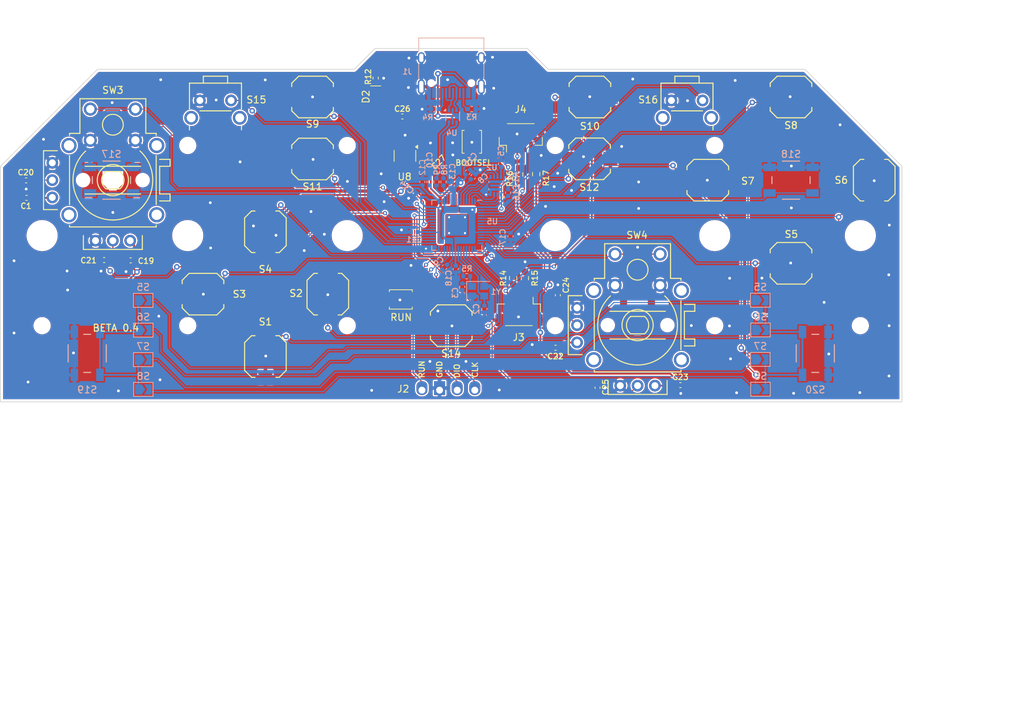
<source format=kicad_pcb>
(kicad_pcb (version 20240108) (generator "pcbnew") (generator_version "8.0")
  (layers (0 "F.Cu" signal) (31 "B.Cu" signal) (34 "B.Paste" user) (35 "F.Paste" user) (36 "B.SilkS" user "B.Silkscreen") (37 "F.SilkS" user "F.Silkscreen") (38 "B.Mask" user) (39 "F.Mask" user) (44 "Edge.Cuts" user))
  (net 0 "")
  (net 1 "Net-(C3-Pad1)")
  (net 2 "GND")
  (net 3 "+3V3")
  (net 4 "/XIN")
  (net 5 "+5V")
  (net 6 "Net-(D2-K)")
  (net 7 "+1V1")
  (net 8 "Net-(J1-CC1)")
  (net 9 "/D+")
  (net 10 "/D-")
  (net 12 "Net-(J1-CC2)")
  (net 14 "/SWCLK")
  (net 15 "/SWD")
  (net 16 "/RUN")
  (net 17 "/GPIO4")
  (net 18 "/QSPI_SS")
  (net 19 "Net-(R1-Pad2)")
  (net 20 "/XOUT")
  (net 21 "/DP")
  (net 22 "/THUMBSTICK_LEFT_Y")
  (net 23 "/THUMBSTICK_LEFT_X")
  (net 24 "/THUMBSTICK_RIGHT_Y")
  (net 25 "/QSPI_SD1")
  (net 26 "/QSPI_SD2")
  (net 27 "/QSPI_SD0")
  (net 28 "/QSPI_SCLK")
  (net 29 "/QSPI_SD3")
  (net 30 "/DN")
  (net 31 "/THUMBSTICK_RIGHT_X")
  (net 32 "/BUTTON_B1")
  (net 33 "/BUTTON_B2")
  (net 34 "/BUTTON_B3")
  (net 35 "/BUTTON_B4")
  (net 36 "Net-(JP6-B)")
  (net 37 "/I2C0_SDA")
  (net 38 "/I2C0_SCL")
  (net 39 "/USBH_DN")
  (net 40 "/USBH_DP")
  (net 41 "/BUTTON_S1")
  (net 42 "/BUTTON_S2")
  (net 43 "/BUTTON_L3")
  (net 45 "/BUTTON_R3")
  (net 46 "/BUTTON_DOWN")
  (net 47 "/BUTTON_RIGHT")
  (net 48 "/BUTTON_LEFT")
  (net 49 "/BUTTON_UP")
  (net 50 "/BUTTON_A2")
  (net 51 "/BUTTON_A1")
  (net 52 "/BUTTON_L1")
  (net 53 "/BUTTON_R1")
  (net 54 "/BUTTON_L2")
  (net 55 "/BUTTON_R2")
  (net 56 "Net-(JP2-A)")
  (net 58 "/GPIO25")
  (net 59 "/USBD+")
  (net 60 "/USBD-")
  (net 61 "Net-(J3-D-)")
  (net 62 "Net-(J3-D+)")
  (footprint "Resistor_SMD:R_0603_1608Metric_Pad0.98x0.95mm_HandSolder" (layer "F.Cu") (at 128 71.9125 -90)
    (property "Reference" "R15")
    (property "Value" "22Ω")
  )
  (footprint "Capacitor_SMD:C_0402_1005Metric" (layer "F.Cu") (at 110.325 48.575 180)
    (property "Reference" "C26")
    (property "Value" "1uF")
  )
  (footprint "Resistor_SMD:R_0603_1608Metric_Pad0.98x0.95mm_HandSolder" (layer "F.Cu") (at 127.175 56.9375 90)
    (property "Reference" "R16")
    (property "Value" "2.2kΩ")
  )
  (footprint "Resistor_SMD:R_0402_1005Metric" (layer "F.Cu") (at 106.475 43.031 90)
    (property "Reference" "R12")
    (property "Value" "1kΩ")
  )
  (footprint "ILO_fp:NPTH_2mm" (layer "F.Cu") (at 58.3744 78.765)
    (property "Reference" "REF**" (hide yes))
    (property "Value" "NPTH_2mm" (hide yes))
  )
  (footprint "Capacitor_SMD:C_0402_1005Metric" (layer "F.Cu") (at 56.075 57.8)
    (property "Reference" "C20")
    (property "Value" "100nF")
  )
  (footprint "ILO_fp:NPTH_2mm" (layer "F.Cu") (at 132.3744 52.765)
    (property "Reference" "REF**" (hide yes))
    (property "Value" "NPTH_2mm" (hide yes))
  )
  (footprint "Capacitor_SMD:C_0402_1005Metric" (layer "F.Cu") (at 113.860589 55.164411 45)
    (property "Reference" "C27")
    (property "Value" "1uF")
  )
  (footprint "Capacitor_SMD:C_0402_1005Metric" (layer "F.Cu") (at 150.425 87.35)
    (property "Reference" "C23")
    (property "Value" "100nF")
  )
  (footprint "ILO_fp:Alpsalpine_SKPM" (layer "F.Cu") (at 99.5744 74.215 -90)
    (property "Reference" "S2")
    (property "Value" "Face Button")
  )
  (footprint "ILO_fp:Alpsalpine_SKPM" (layer "F.Cu") (at 90.5744 83.215 90)
    (property "Reference" "S1")
    (property "Value" "Face Button")
  )
  (footprint "ILO_fp:NPTH_2mm" (layer "F.Cu") (at 102.3744 52.765)
    (property "Reference" "REF**" (hide yes))
    (property "Value" "NPTH_2mm" (hide yes))
  )
  (footprint "ILO_fp:NPTH_4mm" (layer "F.Cu") (at 132.3744 65.765)
    (property "Reference" "REF**" (hide yes))
    (property "Value" "NPTH_4mm" (hide yes))
  )
  (footprint "Package_TO_SOT_SMD:SOT-23-5" (layer "F.Cu") (at 110.7 54.2625 -90)
    (property "Reference" "U8")
    (property "Value" "AP2112K-3.3")
  )
  (footprint "ILO_fp:Alpsalpine_SKPM" (layer "F.Cu") (at 97.3744 45.765 180)
    (property "Reference" "S9")
    (property "Value" "Face Button")
  )
  (footprint "connector:Pico_4pin" (layer "F.Cu") (at 116.96 88.075 -90)
    (property "Reference" "J2")
    (property "Value" "SWD")
  )
  (footprint "Button_Switch_SMD:SW_SPST_B3U-1000P" (layer "F.Cu") (at 110.1 74.975 180)
    (property "Reference" "SW2" (hide yes))
    (property "Value" "RST")
  )
  (footprint "ILO_fp:Alpsalpine_SKPM" (layer "F.Cu") (at 166.3744 45.765 180)
    (property "Reference" "S8")
    (property "Value" "Face Button")
  )
  (footprint "ILO_fp:NPTH_4mm" (layer "F.Cu") (at 155.3744 65.765)
    (property "Reference" "REF**" (hide yes))
    (property "Value" "NPTH_4mm" (hide yes))
  )
  (footprint "Capacitor_SMD:C_0402_1005Metric" (layer "F.Cu") (at 132.75 74.375 -90)
    (property "Reference" "C24")
    (property "Value" "100nF")
  )
  (footprint "Connector_JST:JST_SH_BM04B-SRSS-TB_1x04-1MP_P1.00mm_Vertical" (layer "F.Cu") (at 127.125 76.75 180)
    (property "Reference" "J3")
    (property "Value" "USB" (hide yes))
  )
  (footprint "LED_SMD:LED_0603_1608Metric_Pad1.05x0.95mm_HandSolder" (layer "F.Cu") (at 106.475 45.825 -90)
    (property "Reference" "D2")
    (property "Value" "LED")
  )
  (footprint "Resistor_SMD:R_0603_1608Metric_Pad0.98x0.95mm_HandSolder" (layer "F.Cu") (at 129.625 56.9 90)
    (property "Reference" "R17")
    (property "Value" "2.2kΩ")
  )
  (footprint "ILO_fp:NPTH_4mm" (layer "F.Cu") (at 79.3744 65.765)
    (property "Reference" "REF**" (hide yes))
    (property "Value" "NPTH_4mm" (hide yes))
  )
  (footprint "ILO_fp:NPTH_2mm" (layer "F.Cu") (at 102.3744 78.765)
    (property "Reference" "REF**" (hide yes))
    (property "Value" "NPTH_2mm" (hide yes))
  )
  (footprint "Capacitor_SMD:C_0402_1005Metric" (layer "F.Cu") (at 56.125 60.325)
    (property "Reference" "C1")
    (property "Value" "100nF")
  )
  (footprint "ILO_fp:Alpsalpine_SKPM" (layer "F.Cu") (at 97.3744 54.715 180)
    (property "Reference" "S11")
    (property "Value" "Face Button")
  )
  (footprint "ILO_fp:NPTH_4mm" (layer "F.Cu") (at 102.3744 65.765)
    (property "Reference" "REF**" (hide yes))
    (property "Value" "NPTH_4mm" (hide yes))
  )
  (footprint "Button_Switch_SMD:SW_SPST_B3U-1000P" (layer "F.Cu") (at 120.35 52.225 -90)
    (property "Reference" "SW1" (hide yes))
    (property "Value" "BOOTSEL")
  )
  (footprint "ILO_fp:Alpsalpine_SKPM" (layer "F.Cu") (at 154.3744 57.765 180)
    (property "Reference" "S7")
    (property "Value" "Face Button")
  )
  (footprint "ILO_fp:NPTH_2mm" (layer "F.Cu") (at 79.3744 52.765)
    (property "Reference" "REF**" (hide yes))
    (property "Value" "NPTH_2mm" (hide yes))
  )
  (footprint "Resistor_SMD:R_0603_1608Metric_Pad0.98x0.95mm_HandSolder" (layer "F.Cu") (at 126.3 71.9125 90)
    (property "Reference" "R14")
    (property "Value" "22Ω")
  )
  (footprint "ILO_fp:Alpsalpine_SKPM" (layer "F.Cu") (at 90.5744 65.215 90)
    (property "Reference" "S4")
    (property "Value" "Face Button")
  )
  (footprint "ILO_fp:NPTH_2mm" (layer "F.Cu") (at 176.3744 78.765)
    (property "Reference" "REF**" (hide yes))
    (property "Value" "NPTH_2mm" (hide yes))
  )
  (footprint "Capacitor_SMD:C_0402_1005Metric" (layer "F.Cu") (at 67.325 69.3)
    (property "Reference" "C21")
    (property "Value" "100nF")
  )
  (footprint "ILO_fp:NPTH_4mm" (layer "F.Cu") (at 58.3744 65.765)
    (property "Reference" "REF**" (hide yes))
    (property "Value" "NPTH_4mm" (hide yes))
  )
  (footprint "Connector_JST:JST_SH_BM04B-SRSS-TB_1x04-1MP_P1.00mm_Vertical" (layer "F.Cu") (at 127.4 51.625)
    (property "Reference" "J4")
    (property "Value" "I2C")
  )
  (footprint "ILO_fp:Alpsalpine_SKPM" (layer "F.Cu") (at 178.3744 57.765 -90)
    (property "Reference" "S6")
    (property "Value" "Face Button")
  )
  (footprint "ILO_fp:NPTH_2mm" (layer "F.Cu") (at 132.3744 78.765)
    (property "Reference" "REF**" (hide yes))
    (property "Value" "NPTH_2mm" (hide yes))
  )
  (footprint "ILO_fp:NPTH_2mm" (layer "F.Cu") (at 155.3744 78.765)
    (property "Reference" "REF**" (hide yes))
    (property "Value" "NPTH_2mm" (hide yes))
  )
  (footprint "ILO_fp:Alpsalpine_SKPM" (layer "F.Cu") (at 137.3244 54.69 180)
    (property "Reference" "S12")
    (property "Value" "Face Button")
  )
  (footprint "Capacitor_SMD:C_0402_1005Metric" (layer "F.Cu") (at 138.475 87.725 -90)
    (property "Reference" "C25")
    (property "Value" "100nF")
  )
  (footprint "ILO_fp:Alpsalpine_SKPM" (layer "F.Cu") (at 166.3744 69.765 180)
    (property "Reference" "S5")
    (property "Value" "Face Button")
  )
  (footprint "ILO_fp:Alpsalpine_SKHHL" (layer "F.Cu") (at 151.3744 46.265 180)
    (property "Reference" "S16")
    (property "Value" "Shoulder Button")
  )
  (footprint "ILO_fp:NPTH_4mm" (layer "F.Cu") (at 176.3744 65.765)
    (property "Reference" "REF**" (hide yes))
    (property "Value" "NPTH_4mm" (hide yes))
  )
  (footprint "ILO_fp:NPTH_2mm" (layer "F.Cu") (at 79.3744 78.765)
    (property "Reference" "REF**" (hide yes))
    (property "Value" "NPTH_2mm" (hide yes))
  )
  (footprint "ILO_fp:Alpsalpine_RKJXV122400R" (layer "F.Cu") (at 144.2494 78.69 180)
    (property "Reference" "SW4")
    (property "Value" "Alpsalpine_RKJXV" (hide yes))
  )
  (footprint "Capacitor_SMD:C_0402_1005Metric" (layer "F.Cu") (at 71.15 69.35 180)
    (property "Reference" "C19")
    (property "Value" "100nF")
  )
  (footprint "ILO_fp:Alpsalpine_SKPM" (layer "F.Cu") (at 81.5744 74.215)
    (property "Reference" "S3")
    (property "Value" "Face Button")
  )
  (footprint "ILO_fp:NPTH_2mm" (layer "F.Cu") (at 155.3744 52.765)
    (property "Reference" "REF**" (hide yes))
    (property "Value" "NPTH_2mm" (hide yes))
  )
  (footprint "ILO_fp:Alpsalpine_SKPM" (layer "F.Cu") (at 137.3744 45.765 180)
    (property "Reference" "S10")
    (property "Value" "Face Button")
  )
  (footprint "ILO_fp:Alpsalpine_RKJXV122400R" (layer "F.Cu") (at 68.5744 57.765 180)
    (property "Reference" "SW3")
    (property "Value" "Alpsalpine_RKJXV" (hide yes))
  )
  (footprint "ILO_fp:Alpsalpine_SKPM" (layer "F.Cu") (at 117.3744 78.765)
    (property "Reference" "S14")
    (property "Value" "Face Button")
  )
  (footprint "ILO_fp:Alpsalpine_SKHHL" (layer "F.Cu") (at 83.3744 46.265 180)
    (property "Reference" "S15")
    (property "Value" "Shoulder Button")
  )
  (footprint "Capacitor_SMD:C_0402_1005Metric" (layer "F.Cu") (at 132.42 81.95)
    (property "Reference" "C22")
    (property "Value" "100nF")
  )
  (footprint "Capacitor_SMD:C_0402_1005Metric" (layer "B.Cu") (at 114.225 58.02 90)
    (property "Reference" "C10")
    (property "Value" "1uF")
  )
  (footprint "Capacitor_SMD:C_0402_1005Metric" (layer "B.Cu") (at 120.535589 57.289411 45)
    (property "Reference" "C8")
    (property "Value" "100nF")
  )
  (footprint "Capacitor_SMD:C_0402_1005Metric" (layer "B.Cu") (at 112.725 59.975 135)
    (property "Reference" "C14")
    (property "Value" "100nF")
  )
  (footprint "ILO_fp:Alpsalpine_SKQG" (layer "B.Cu") (at 64.8744 82.765 90)
    (property "Reference" "S19")
    (property "Value" "Back Button" (hide yes))
  )
  (footprint "Capacitor_SMD:C_0402_1005Metric" (layer "B.Cu") (at 112.045 65.25 180)
    (property "Reference" "C11")
    (property "Value" "100nF")
  )
  (footprint "Jumper:SolderJumper-2_P1.3mm_Open_TrianglePad1.0x1.5mm" (layer "B.Cu") (at 161.9494 83.64)
    (property "Reference" "JP8" (hide yes))
    (property "Value" "S7")
  )
  (footprint "W25Q16JVUXIQ_TR:IC_W25Q16JVUXIQ_TR" (layer "B.Cu") (at 123.7984 58.55 90)
    (property "Reference" "U2")
    (property "Value" "W25Q16JVUXIQ")
  )
  (footprint "Jumper:SolderJumper-2_P1.3mm_Open_TrianglePad1.0x1.5mm" (layer "B.Cu") (at 161.9744 87.94)
    (property "Reference" "JP9" (hide yes))
    (property "Value" "S8")
  )
  (footprint "ILO_fp:Alpsalpine_SKQG" (layer "B.Cu") (at 68.3744 57.765)
    (property "Reference" "S17")
    (property "Value" "Back Button" (hide yes))
  )
  (footprint "Resistor_SMD:R_0402_1005Metric" (layer "B.Cu") (at 115.2418 58.0166 -90)
    (property "Reference" "R9")
    (property "Value" "27Ω")
  )
  (footprint "ILO_fp:Alpsalpine_SKQG" (layer "B.Cu") (at 169.8744 82.765 -90)
    (property "Reference" "S20")
    (property "Value" "Back Button" (hide yes))
  )
  (footprint "Resistor_SMD:R_0402_1005Metric" (layer "B.Cu") (at 125.5764 57.407 90)
    (property "Reference" "R1")
    (property "Value" "1kΩ")
  )
  (footprint "Capacitor_SMD:C_0402_1005Metric" (layer "B.Cu") (at 117.4484 58.55 90)
    (property "Reference" "C13")
    (property "Value" "100nF")
  )
  (footprint "Resistor_SMD:R_0402_1005Metric" (layer "B.Cu") (at 119.6074 71.631)
    (property "Reference" "R5")
    (property "Value" "1kΩ")
  )
  (footprint "ILO_fp:Alpsalpine_SKQG" (layer "B.Cu") (at 166.3744 57.765)
    (property "Reference" "S18")
    (property "Value" "Back Button" (hide yes))
  )
  (footprint "RP2040:RP2040-QFN-56" (layer "B.Cu") (at 118.1802 64.265 180)
    (property "Reference" "U5")
    (property "Value" "RP2040")
  )
  (footprint "Jumper:SolderJumper-2_P1.3mm_Open_TrianglePad1.0x1.5mm" (layer "B.Cu") (at 161.9494 75.09)
    (property "Reference" "JP6" (hide yes))
    (property "Value" "S5")
  )
  (footprint "Resistor_SMD:R_0402_1005Metric" (layer "B.Cu") (at 116.2578 58.0166 -90)
    (property "Reference" "R8")
    (property "Value" "27Ω")
  )
  (footprint "Resistor_SMD:R_0402_1005Metric_Pad0.72x0.64mm_HandSolder" (layer "B.Cu") (at 114.991706 47.501 180)
    (property "Reference" "R4")
    (property "Value" "5.1kΩ")
  )
  (footprint "Capacitor_SMD:C_0402_1005Metric" (layer "B.Cu") (at 118.025 70.595 -90)
    (property "Reference" "C18")
    (property "Value" "100nF")
  )
  (footprint "Capacitor_SMD:C_0402_1005Metric" (layer "B.Cu") (at 116.410589 70.314411 -135)
    (property "Reference" "C9")
    (property "Value" "100nF")
  )
  (footprint "Package_TO_SOT_SMD:SOT-666" (layer "B.Cu") (at 117.5875 48.55 -90)
    (property "Reference" "U4")
    (property "Value" "USBLC6-2P6")
  )
  (footprint "Capacitor_SMD:C_0402_1005Metric" (layer "B.Cu") (at 124.5604 55.375 90)
    (property "Reference" "C5")
    (property "Value" "100nF")
  )
  (footprint "Capacitor_SMD:C_0402_1005Metric" (layer "B.Cu") (at 119.750448 56.616954 45)
    (property "Reference" "C15")
    (property "Value" "100nF")
  )
  (footprint "Jumper:SolderJumper-2_P1.3mm_Open_TrianglePad1.0x1.5mm" (layer "B.Cu") (at 72.9494 75.115)
    (property "Reference" "JP2" (hide yes))
    (property "Value" "S5")
  )
  (footprint "Capacitor_SMD:C_0402_1005Metric" (layer "B.Cu") (at 122.15 76.355 -90)
    (property "Reference" "C2")
    (property "Value" "18pF")
  )
  (footprint "Capacitor_SMD:C_0402_1005Metric" (layer "B.Cu") (at 118.9724 73.155 -90)
    (property "Reference" "C3")
    (property "Value" "18pF")
  )
  (footprint "Capacitor_SMD:C_0402_1005Metric" (layer "B.Cu") (at 125.925 65.87 -90)
    (property "Reference" "C17")
    (property "Value" "100nF")
  )
  (footprint "Capacitor_SMD:C_0402_1005Metric" (layer "B.Cu") (at 113.2098 58.0166 90)
    (property "Reference" "C12")
    (property "Value" "1uF")
  )
  (footprint "Crystal:Crystal_SMD_2520-4Pin_2.5x2.0mm" (layer "B.Cu") (at 121.2584 73.79)
    (property "Reference" "Y1")
    (property "Value" "ECS-120-12-36-AGN-TR3")
  )
  (footprint "Jumper:SolderJumper-2_P1.3mm_Open_TrianglePad1.0x1.5mm" (layer "B.Cu") (at 72.9744 79.415)
    (property "Reference" "JP3" (hide yes))
    (property "Value" "S6")
  )
  (footprint "Jumper:SolderJumper-2_P1.3mm_Open_TrianglePad1.0x1.5mm" (layer "B.Cu") (at 72.9744 87.965)
    (property "Reference" "JP5" (hide yes))
    (property "Value" "S8")
  )
  (footprint "Resistor_SMD:R_0402_1005Metric_Pad0.72x0.64mm_HandSolder" (layer "B.Cu") (at 120.325706 47.501)
    (property "Reference" "R3")
    (property "Value" "5.1kΩ")
  )
  (footprint "Jumper:SolderJumper-2_P1.3mm_Open_TrianglePad1.0x1.5mm" (layer "B.Cu") (at 72.9494 83.665)
    (property "Reference" "JP4" (hide yes))
    (property "Value" "S7")
  )
  (footprint "Capacitor_SMD:C_0402_1005Metric" (layer "B.Cu") (at 125.5764 59.566 90)
    (property "Reference" "C16")
    (property "Value" "100nF")
  )
  (footprint "Jumper:SolderJumper-2_P1.3mm_Open_TrianglePad1.0x1.5mm" (layer "B.Cu") (at 161.9744 79.39)
    (property "Reference" "JP7" (hide yes))
    (property "Value" "S6")
  )
  (footprint "Connector_USB:USB_C_Receptacle_HRO_TYPE-C-31-M-12" (layer "B.Cu") (at 117.379306 41.155)
    (property "Reference" "J1")
    (property "Value" "USB_C_Receptacle_USB2.0")
  )
  (gr_line (start 103.3844 41.765507) (end 66.3744 41.765507) (stroke (width 0.1)) (layer "Edge.Cuts"))
  (gr_line (start 52.374211 89.765507) (end 52.374211 55.765507) (stroke (width 0.1)) (layer "Edge.Cuts"))
  (gr_line (start 182.3744 55.765) (end 182.3744 89.765) (stroke (width 0.1)) (layer "Edge.Cuts"))
  (gr_line (start 168.3744 41.765) (end 182.3744 55.765) (stroke (width 0.1)) (layer "Edge.Cuts"))
  (gr_line (start 182.374211 89.765507) (end 52.374211 89.765507) (stroke (width 0.1)) (layer "Edge.Cuts"))
  (gr_line (start 131.3744 41.765) (end 168.3744 41.765) (stroke (width 0.1)) (layer "Edge.Cuts"))
  (gr_line (start 66.3744 41.765507) (end 52.3744 55.765507) (stroke (width 0.1)) (layer "Edge.Cuts"))
  (gr_line (start 106.3844 38.765) (end 128.3744 38.765) (stroke (width 0.1)) (layer "Edge.Cuts"))
  (gr_line (start 128.3744 38.765) (end 131.3744 41.765) (stroke (width 0.1)) (layer "Edge.Cuts"))
  (gr_line (start 106.3844 38.765507) (end 103.3844 41.765507) (stroke (width 0.1)) (layer "Edge.Cuts"))
  (gr_text "BOOTSEL" (at 117.9 55.725 0) (layer "F.SilkS") (effects (font (size 0.8 0.8)) (justify left bottom)))
  (gr_text "CLK" (at 121.275 86.35 90) (layer "F.SilkS") (effects (font (size 0.8 0.8)) (justify left bottom)))
  (gr_text "DIO" (at 118.675 86.4 90) (layer "F.SilkS") (effects (font (size 0.8 0.8)) (justify left bottom)))
  (gr_text "GND" (at 116.15 86.4 90) (layer "F.SilkS") (effects (font (size 0.8 0.8)) (justify left bottom)))
  (gr_text "RUN" (at 108.5 78.15 0) (layer "F.SilkS") (effects (font (size 1 1)) (justify left bottom)))
  (gr_text "RUN" (at 113.6 86.4 90) (layer "F.SilkS") (effects (font (size 0.8 0.8)) (justify left bottom)))
  (gr_text "BETA 0.4" (at 65.575 79.1 0) (layer "F.SilkS") (effects (font (size 1 1) (thickness 0.16)) (justify left)))
  (segment (start 120.1174 71.631) (end 120.1174 72.824) (width 0.2) (layer "B.Cu") (net 1))
  (segment (start 120.1174 72.824) (end 120.3834 73.09) (width 0.2) (layer "B.Cu") (net 1))
  (segment (start 119.9684 72.675) (end 120.3834 73.09) (width 0.2) (layer "B.Cu") (net 1))
  (segment (start 118.9724 72.675) (end 119.9684 72.675) (width 0.2) (layer "B.Cu") (net 1))
  (segment (start 110.7 51.3) (end 110.7 53.125) (width 0.15) (layer "F.Cu") (net 2))
  (segment (start 110.725 51.275) (end 110.7 51.3) (width 0.15) (layer "F.Cu") (net 2))
  (segment (start 66.4619 66.8825) (end 66.0744 66.495) (width 0.75) (layer "F.Cu") (net 2))
  (segment (start 90.6244 68.515) (end 90.5744 68.565) (width 0.25) (layer "F.Cu") (net 2))
  (segment (start 169.3744 69.765) (end 169.3744 69.19) (width 0.25) (layer "F.Cu") (net 2))
  (segment (start 115.645 87.906827) (end 115.645 88.1664) (width 0.15) (layer "F.Cu") (net 2))
  (via (at 90.55 43.3) (size 0.8) (drill 0.4) (layers "F.Cu" "B.Cu") (net 2))
  (via (at 56.35 86.9) (size 0.8) (drill 0.4) (layers "F.Cu" "B.Cu") (net 2))
  (via (at 166.425 55.725) (size 0.8) (drill 0.4) (layers "F.Cu" "B.Cu") (net 2))
  (via (at 58.575 51.875) (size 0.8) (drill 0.4) (layers "F.Cu" "B.Cu") (net 2))
  (via (at 126.875 51.1) (size 0.8) (drill 0.4) (layers "F.Cu" "B.Cu") (net 2))
  (via (at 166.425 61.775) (size 0.8) (drill 0.4) (layers "F.Cu" "B.Cu") (net 2))
  (via (at 144.4 61.85) (size 0.8) (drill 0.4) (layers "F.Cu" "B.Cu") (net 2))
  (via (at 158.325 43.375) (size 0.8) (drill 0.4) (layers "F.Cu" "B.Cu") (net 2))
  (via (at 122.405837 59.846625) (size 0.6) (drill 0.3) (layers "F.Cu" "B.Cu") (net 2))
  (via (at 110.2 64.95) (size 0.8) (drill 0.4) (layers "F.Cu" "B.Cu") (net 2))
  (via (at 114.375 52.4) (size 0.8) (drill 0.4) (layers "F.Cu" "B.Cu") (net 2))
  (via (at 68.475 46.575) (size 0.8) (drill 0.4) (layers "F.Cu" "B.Cu") (net 2))
  (via (at 113.725 67.65) (size 0.6) (drill 0.3) (layers "F.Cu" "B.Cu") (net 2))
  (via (at 111.225 60.375) (size 0.8) (drill 0.4) (layers "F.Cu" "B.Cu") (net 2))
  (via (at 81.625 74.225) (size 0.8) (drill 0.4) (layers "F.Cu" "B.Cu") (net 2))
  (via (at 157.5 78.8) (size 0.8) (drill 0.4) (layers "F.Cu" "B.Cu") (net 2))
  (via (at 141.95 52.9) (size 0.8) (drill 0.4) (layers "F.Cu" "B.Cu") (net 2))
  (via (at 180.55 64.25) (size 0.8) (drill 0.4) (layers "F.Cu" "B.Cu") (net 2))
  (via (at 117.475 78.8) (size 0.8) (drill 0.4) (layers "F.Cu" "B.Cu") (net 2))
  (via (at 110.725 51.275) (size 0.8) (drill 0.4) (layers "F.Cu" "B.Cu") (net 2))
  (via (at 132.75 72.875) (size 0.8) (drill 0.4) (layers "F.Cu" "B.Cu") (net 2))
  (via (at 115.45 76.65) (size 0.8) (drill 0.4) (layers "F.Cu" "B.Cu") (net 2))
  (via (at 120.35 52.3) (size 0.8) (drill 0.4) (layers "F.Cu" "B.Cu") (net 2))
  (via (at 151.45 46.3) (size 0.8) (drill 0.4) (layers "F.Cu" "B.Cu") (net 2))
  (via (at 86.925 55.125) (size 0.8) (drill 0.4) (layers "F.Cu" "B.Cu") (net 2))
  (via (at 70.4744 70.965) (size 0.8) (drill 0.4) (layers "F.Cu" "B.Cu") (net 2))
  (via (at 180.525 78.775) (size 0.8) (drill 0.4) (layers "F.Cu" "B.Cu") (net 2))
  (via (at 90.625 83.15) (size 0.8) (drill 0.4) (layers "F.Cu" "B.Cu") (net 2))
  (via (at 107.7 60.875) (size 0.8) (drill 0.4) (layers "F.Cu" "B.Cu") (net 2))
  (via (at 83.475 46.2) (size 0.8) (drill 0.4) (layers "F.Cu" "B.Cu") (net 2))
  (via (at 107.625 43.05) (size 0.8) (drill 0.4) (layers "F.Cu" "B.Cu") (net 2))
  (via (at 111.575 70.075) (size 0.8) (drill 0.4) (layers "F.Cu" "B.Cu") (net 2))
  (via (at 130.35 54.2) (size 0.8) (drill 0.4) (layers "F.Cu" "B.Cu") (net 2))
  (via (at 109.975 75.05) (size 0.8) (drill 0.4) (layers "F.Cu" "B.Cu") (net 2))
  (via (at 136.45 54.375) (size 0.8) (drill 0.4) (layers "F.Cu" "B.Cu") (net 2))
  (via (at 119.3534 63.122) (size 0.6) (drill 0.3) (layers "F.Cu" "B.Cu") (net 2))
  (via (at 111.275 40.15) (size 0.8) (drill 0.4) (layers "F.Cu" "B.Cu") (net 2))
  (via (at 124.3 88.05) (size 0.8) (drill 0.4) (layers "F.Cu" "B.Cu") (net 2))
  (via (at 114.3 83.925) (size 0.8) (drill 0.4) (layers "F.Cu" "B.Cu") (net 2))
  (via (at 134.725 59.25) (size 0.8) (drill 0.4) (layers "F.Cu" "B.Cu") (net 2))
  (via (at 117.6 54.125) (size 0.8) (drill 0.4) (layers "F.Cu" "B.Cu") (net 2))
  (via (at 62.9 82.7) (size 0.8) (drill 0.4) (layers "F.Cu" "B.Cu") (net 2))
  (via (at 130.975 61.55) (size 0.8) (drill 0.4) (layers "F.Cu" "B.Cu") (net 2))
  (via (at 61.975 70.875) (size 0.8) (drill 0.4) (layers "F.Cu" "B.Cu") (net 2))
  (via (at 127.075 77.5) (size 0.8) (drill 0.4) (layers "F.Cu" "B.Cu") (net 2))
  (via (at 166.75 88.525) (size 0.8) (drill 0.4) (layers "F.Cu" "B.Cu") (net 2))
  (via (at 111.2 44.4) (size 0.8) (drill 0.4) (layers "F.Cu" "B.Cu") (net 2))
  (via (at 150.475 88.55) (size 0.8) (drill 0.4) (layers "F.Cu" "B.Cu") (net 2))
  (via (at 54.325 79.825) (size 0.8) (drill 0.4) (layers "F.Cu" "B.Cu") (net 2))
  (via (at 144.25 67.45) (size 0.8) (drill 0.4) (layers "F.Cu" "B.Cu") (net 2))
  (via (at 128.025 69.55) (size 0.8) (drill 0.4) (layers "F.Cu" "B.Cu") (net 2))
  (via (at 123.325 40.025) (size 0.8) (drill 0.4) (layers "F.Cu" "B.Cu") (net 2))
  (via (at 143.55 43.175) (size 0.8) (drill 0.4) (layers "F.Cu" "B.Cu") (net 2))
  (via (at 180.475 71.425) (size 0.8) (drill 0.4) (layers "F.Cu" "B.Cu") (net 2))
  (via (at 139.525 87.775) (size 0.8) (drill 0.4) (layers "F.Cu" "B.Cu") (net 2))
  (via (at 162.175 71.9) (size 0.8) (drill 0.4) (layers "F.Cu" "B.Cu") (net 2))
  (via (at 171.825 82.85) (size 0.8) (drill 0.4) (layers "F.Cu" "B.Cu") (net 2))
  (via (at 62.05 73.625) (size 0.8) (drill 0.4) (layers "F.Cu" "B.Cu") (net 2))
  (via (at 113.175 47.525) (size 0.8) (drill 0.4) (layers "F.Cu" "B.Cu") (net 2))
  (via (at 99.075 65.575) (size 0.8) (drill 0.4) (layers "F.Cu" "B.Cu") (net 2))
  (via (at 82.625 61.025) (size 0.8) (drill 0.4) (layers "F.Cu" "B.Cu") (net 2))
  (via (at 127.1 65.55) (size 0.8) (drill 0.4) (layers "F.Cu" "B.Cu") (net 2))
  (via (at 157.525 71.925) (size 0.8) (drill 0.4) (layers "F.Cu" "B.Cu") (net 2))
  (via (at 92.1 65.725) (size 0.8) (drill 0.4) (layers "F.Cu" "B.Cu") (net 2))
  (via (at 166.25 45.725) (size 0.8) (drill 0.4) (layers "F.Cu" "B.Cu") (net 2))
  (via (at 97.15 62.3) (size 0.8) (drill 0.4) (layers "F.Cu" "B.Cu") (net 2))
  (via (at 166.325 69.725) (size 0.8) (drill 0.4) (layers "F.Cu" "B.Cu") (net 2))
  (via (at 129.05 81.5) (size 0.8) (drill 0.4) (layers "F.Cu" "B.Cu") (net 2))
  (via (at 117.0674 63.122) (size 0.6) (drill 0.3) (layers "F.Cu" "B.Cu") (net 2))
  (via (at 178.375 57.85) (size 0.8) (drill 0.4) (layers "F.Cu" "B.Cu") (net 2))
  (via (at 152 78.75) (size 0.8) (drill 0.4) (layers "F.Cu" "B.Cu") (net 2))
  (via (at 97.45 54.775) (size 0.8) (drill 0.4) (layers "F.Cu" "B.Cu") (net 2))
  (via (at 122.1 47.425) (size 0.8) (drill 0.4) (layers "F.Cu" "B.Cu") (net 2))
  (via (at 102.4 57.95) (size 0.8) (drill 0.4) (layers "F.Cu" "B.Cu") (net 2))
  (via (at 75.375 86.575) (size 0.8) (drill 0.4) (layers "F.Cu" "B.Cu") (net 2))
  (via (at 96.175 67.925) (size 0.8) (drill 0.4) (layers "F.Cu" "B.Cu") (net 2))
  (via (at 119.3534 65.408) (size 0.6) (drill 0.3) (layers "F.Cu" "B.Cu") (net 2))
  (via (at 88.85 64.375) (size 0.8) (drill 0.4) (layers "F.Cu" "B.Cu") (net 2))
  (via (at 54.325 69.4) (size 0.8) (drill 0.4) (layers "F.Cu" "B.Cu") (net 2))
  (via (at 123.5 44.5) (size 0.8) (drill 0.4) (layers "F.Cu" "B.Cu") (net 2))
  (via (at 116.85 43.275) (size 0.8) (drill 0.4) (layers "F.Cu" "B.Cu") (net 2))
  (via (at 75.475 43.275) (size 0.8) (drill 0.4) (layers "F.Cu" "B.Cu") (net 2))
  (via (at 180.5 86.025) (size 0.8) (drill 0.4) (layers "F.Cu" "B.Cu") (net 2))
  (via (at 121.553121 56.275) (size 0.8) (drill 0.4) (layers "F.Cu" "B.Cu") (net 2))
  (via (at 99.575 74.3) (size 0.8) (drill 0.4) (layers "F.Cu" "B.Cu") (net 2))
  (via (at 75.2 77.4) (size 0.8) (drill 0.4) (layers "F.Cu" "B.Cu") (net 2))
  (via (at 119.5 83.925) (size 0.8) (drill 0.4) (layers "F.Cu" "B.Cu") (net 2))
  (via (at 66.8744 70.89) (size 0.8) (drill 0.4) (layers "F.Cu" "B.Cu") (net 2))
  (via (at 97.375 45.75) (size 0.8) (drill 0.4) (layers "F.Cu" "B.Cu") (net 2))
  (via (at 117.0674 65.408) (size 0.6) (drill 0.3) (layers "F.Cu" "B.Cu") (net 2))
  (via (at 56.075 59.05) (size 0.8) (drill 0.4) (layers "F.Cu" "B.Cu") (net 2))
  (via (at 137.35 45.725) (size 0.8) (drill 0.4) (layers "F.Cu" "B.Cu") (net 2))
  (via (at 69.375 88.175) (size 0.8) (drill 0.4) (layers "F.Cu" "B.Cu") (net 2))
  (via (at 105.9 88.1) (size 0.8) (drill 0.4) (layers "F.Cu" "B.Cu") (net 2))
  (via (at 144.4 58.025) (size 0.8) (drill 0.4) (layers "F.Cu" "B.Cu") (net 2))
  (via (at 154.3 57.775) (size 0.8) (drill 0.4) (layers "F.Cu" "B.Cu") (net 2))
  (via (at 82.675 67.55) (size 0.8) (drill 0.4) (layers "F.Cu" "B.Cu") (net 2))
  (via (at 132.725 56.775) (size 0.8) (drill 0.4) (layers "F.Cu" "B.Cu") (net 2))
  (via (at 132.225 58.7) (size 0.8) (drill 0.4) (layers "F.Cu" "B.Cu") (net 2))
  (via (at 117.575 52.375) (size 0.8) (drill 0.4) (layers "F.Cu" "B.Cu") (net 2))
  (via (at 173.45 49.775) (size 0.8) (drill 0.4) (layers "F.Cu" "B.Cu") (net 2))
  (via (at 107.275 56.85) (size 0.8) (drill 0.4) (layers "F.Cu" "B.Cu") (net 2))
  (via (at 158.525 88.45) (size 0.8) (drill 0.4) (layers "F.Cu" "B.Cu") (net 2))
  (via (at 171.15 75.4) (size 0.8) (drill 0.4) (layers "F.Cu" "B.Cu") (net 2))
  (via (at 176.3 88.425) (size 0.8) (drill 0.4) (layers "F.Cu" "B.Cu") (net 2))
  (via (at 68.575 62.425) (size 0.8) (drill 0.4) (layers "F.Cu" "B.Cu") (net 2))
  (via (at 157.65 83.55) (size 0.8) (drill 0.4) (layers "F.Cu" "B.Cu") (net 2))
  (segment (start 123.0484 59.8) (end 122.452462 59.8) (width 0.15) (layer "B.Cu") (net 2))
  (segment (start 114.129306 45.2) (end 113.974306 45.2) (width 0.2) (layer "B.Cu") (net 2))
  (segment (start 122.452462 59.8) (end 122.405837 59.846625) (width 0.15) (layer "B.Cu") (net 2))
  (segment (start 113.974306 45.2) (end 113.059306 44.285) (width 0.2) (layer "B.Cu") (net 2))
  (segment (start 65.2744 52.065) (end 65.3244 52.015) (width 0.75) (layer "B.Cu") (net 2))
  (segment (start 147.1294 87.8) (end 146.7494 87.42) (width 0.25) (layer "F.Cu") (net 3))
  (segment (start 128.214061 63.164061) (end 128.214061 65.514061) (width 0.25) (layer "F.Cu") (net 3))
  (segment (start 110.125 59.375) (end 109.6 59.9) (width 0.25) (layer "F.Cu") (net 3))
  (segment (start 109.6 59.9) (end 95.9 59.9) (width 0.25) (layer "F.Cu") (net 3))
  (segment (start 131.55 68.85) (end 131.55 72.775) (width 0.25) (layer "F.Cu") (net 3))
  (segment (start 132.9 83.85) (end 132.9 81.95) (width 0.25) (layer "F.Cu") (net 3))
  (segment (start 130.225 79.75) (end 130.225 82.425) (width 0.25) (layer "F.Cu") (net 3))
  (segment (start 149.945 86.68) (end 149.945 87.35) (width 0.25) (layer "F.Cu") (net 3))
  (segment (start 135.5094 81.2) (end 135.5194 81.19) (width 0.25) (layer "F.Cu") (net 3))
  (segment (start 135.5194 81.19) (end 135.6444 81.065) (width 0.25) (layer "F.Cu") (net 3))
  (segment (start 72.0494 71.015) (end 70.8494 72.215) (width 0.25) (layer "F.Cu") (net 3))
  (segment (start 60.315 72.215) (end 55.4744 67.3744) (width 0.25) (layer "F.Cu") (net 3))
  (segment (start 113.521178 55.503822) (end 113.548822 55.503822) (width 0.25) (layer "F.Cu") (net 3))
  (segment (start 71.63 67.0506) (end 71.0744 66.495) (width 0.25) (layer "F.Cu") (net 3))
  (segment (start 149.8 87.35) (end 149.73 87.42) (width 0.25) (layer "F.Cu") (net 3))
  (segment (start 59.7844 60.325) (end 59.8444 60.265) (width 0.25) (layer "F.Cu") (net 3))
  (segment (start 132.9 81.8) (end 132.9 81.95) (width 0.25) (layer "F.Cu") (net 3))
  (segment (start 113.525 55.48) (end 113.545 55.48) (width 0.25) (layer "F.Cu") (net 3))
  (segment (start 71.63 69.35) (end 71.63 67.0506) (width 0.25) (layer "F.Cu") (net 3))
  (segment (start 74.1144 68.95) (end 72.0494 71.015) (width 0.25) (layer "F.Cu") (net 3))
  (segment (start 115.7974 60.3474) (end 115.7974 61.8774) (width 0.25) (layer "F.Cu") (net 3))
  (segment (start 72.0494 71.015) (end 72.0244 70.99) (width 0.25) (layer "F.Cu") (net 3))
  (segment (start 128.214061 63.164061) (end 126.928186 61.878186) (width 0.25) (layer "F.Cu") (net 3))
  (segment (start 95.9 59.9) (end 86.85 68.95) (width 0.25) (layer "F.Cu") (net 3))
  (segment (start 71.63 69.35) (end 71.63 70.5956) (width 0.25) (layer "F.Cu") (net 3))
  (segment (start 111.65 55.4) (end 113.445 55.4) (width 0.25) (layer "F.Cu") (net 3))
  (segment (start 132.9 81.95) (end 133.65 81.2) (width 0.25) (layer "F.Cu") (net 3))
  (segment (start 148.975 85.7) (end 149.95 86.675) (width 0.25) (layer "F.Cu") (net 3))
  (segment (start 133.65 81.2) (end 135.5094 81.2) (width 0.25) (layer "F.Cu") (net 3))
  (segment (start 128.214061 63.164061) (end 128.385939 63.164061) (width 0.25) (layer "F.Cu") (net 3))
  (segment (start 114.4225 58.9725) (end 115.7974 60.3474) (width 0.25) (layer "F.Cu") (net 3))
  (segment (start 149.95 86.675) (end 149.945 86.68) (width 0.25) (layer "F.Cu") (net 3))
  (segment (start 128.385939 63.164061) (end 129.625 61.925) (width 0.25) (layer "F.Cu") (net 3))
  (segment (start 134.75 85.7) (end 148.975 85.7) (width 0.25) (layer "F.Cu") (net 3))
  (segment (start 56.605 62.795) (end 55.4744 63.9256) (width 0.25) (layer "F.Cu") (net 3))
  (segment (start 70.8494 72.215) (end 60.315 72.215) (width 0.25) (layer "F.Cu") (net 3))
  (segment (start 56.605 60.325) (end 59.7844 60.325) (width 0.25) (layer "F.Cu") (net 3))
  (segment (start 114.4225 56.3775) (end 114.4225 58.9725) (width 0.25) (layer "F.Cu") (net 3))
  (segment (start 129.625 61.925) (end 129.625 57.8125) (width 0.25) (layer "F.Cu") (net 3))
  (segment (start 128.214061 65.514061) (end 131.55 68.85) (width 0.25) (layer "F.Cu") (net 3))
  (segment (start 126.9 54.325) (end 126.9 52.95) (width 0.25) (layer "F.Cu") (net 3))
  (segment (start 56.605 60.325) (end 56.605 62.795) (width 0.25) (layer "F.Cu") (net 3))
  (segment (start 71.63 70.5956) (end 72.0494 71.015) (width 0.25) (layer "F.Cu") (net 3))
  (segment (start 126.928186 61.878186) (end 126.928186 58.096814) (width 0.25) (layer "F.Cu") (net 3))
  (segment (start 130.225 82.425) (end 131.65 83.85) (width 0.25) (layer "F.Cu") (net 3))
  (segment (start 118.009598 58.135202) (end 115.7974 60.3474) (width 0.25) (layer "F.Cu") (net 3))
  (segment (start 149.945 87.35) (end 149.8 87.35) (width 0.25) (layer "F.Cu") (net 3))
  (segment (start 86.85 68.95) (end 74.1144 68.95) (width 0.25) (layer "F.Cu") (net 3))
  (segment (start 131.65 83.85) (end 132.9 83.85) (width 0.25) (layer "F.Cu") (net 3))
  (segment (start 113.548822 55.503822) (end 114.4225 56.3775) (width 0.25) (layer "F.Cu") (net 3))
  (segment (start 126.928186 58.096814) (end 127.175 57.85) (width 0.25) (layer "F.Cu") (net 3))
  (segment (start 132.9 83.85) (end 134.75 85.7) (width 0.25) (layer "F.Cu") (net 3))
  (segment (start 113.445 55.4) (end 113.525 55.48) (width 0.25) (layer "F.Cu") (net 3))
  (segment (start 149.73 87.42) (end 146.7494 87.42) (width 0.25) (layer "F.Cu") (net 3))
  (segment (start 118.735202 58.135202) (end 118.009598 58.135202) (width 0.25) (layer "F.Cu") (net 3))
  (segment (start 55.4744 67.3744) (end 55.4744 63.9256) (width 0.25) (layer "F.Cu") (net 3))
  (via (at 110.125 59.375) (size 0.8) (drill 0.4) (layers "F.Cu" "B.Cu") (net 3))
  (via (at 131.575 72.875) (size 0.8) (drill 0.4) (layers "F.Cu" "B.Cu") (net 3))
  (via (at 118.735202 58.135202) (size 0.8) (drill 0.4) (layers "F.Cu" "B.Cu") (net 3))
  (via (at 72.0494 71.015) (size 0.8) (drill 0.4) (layers "F.Cu" "B.Cu") (net 3))
  (via (at 130.225 79.75) (size 0.8) (drill 0.4) (layers "F.Cu" "B.Cu") (net 3))
  (via (at 126.9 54.325) (size 0.6) (drill 0.3) (layers "F.Cu" "B.Cu") (net 3))
  (via (at 128.214061 63.164061) (size 0.6) (drill 0.3) (layers "F.Cu" "B.Cu") (net 3))
  (via (at 120.4202 62.0298) (size 0.6) (drill 0.3) (layers "F.Cu" "B.Cu") (net 3))
  (via (at 115.7974 61.8774) (size 0.6) (drill 0.3) (layers "F.Cu" "B.Cu") (net 3))
  (segment (start 119.411037 57.459367) (end 119.411037 56.956365) (width 0.25) (layer "B.Cu") (net 3))
  (segment (start 114.125 60.6) (end 115.3527 60.6) (width 0.25) (layer "B.Cu") (net 3))
  (segment (start 111.0034 58.4966) (end 112.2 58.4966) (width 0.25) (layer "B.Cu") (net 3))
  (segment (start 126.9 54.325) (end 126.9 58.73389) (width 0.25) (layer "B.Cu") (net 3))
  (segment (start 125.49973 60.046) (end 125.5764 60.046) (width 0.25) (layer "B.Cu") (net 3))
  (segment (start 110.125 59.375) (end 111.0034 58.4966) (width 0.25) (layer "B.Cu") (net 3))
  (segment (start 118.735202 58.135202) (end 119.411037 57.459367) (width 0.25) (layer "B.Cu") (net 3))
  (segment (start 119.2 56) (end 119.65 55.55) (width 0.25) (layer "B.Cu") (net 3))
  (segment (start 125.58789 60.046) (end 125.5764 60.046) (width 0.25) (layer "B.Cu") (net 3))
  (segment (start 130.225 74.225) (end 131.575 72.875) (width 0.25) (layer "B.Cu") (net 3))
  (segment (start 123.88073 61.665) (end 125.49973 60.046) (width 0.25) (layer "B.Cu") (net 3))
  (segment (start 113.789195 65.25) (end 112.525 65.25) (width 0.25) (layer "B.Cu") (net 3))
  (segment (start 119.2 56.745328) (end 119.2 56) (width 0.25) (layer "B.Cu") (net 3))
  (segment (start 72.0494 71.015) (end 71.9994 71.015) (width 0.25) (layer "B.Cu") (net 3))
  (segment (start 113.69 61.64) (end 114.7427 61.64) (width 0.25) (layer "B.Cu") (net 3))
  (segment (start 113.025 60.975) (end 113.69 61.64) (width 0.25) (layer "B.Cu") (net 3))
  (segment (start 113.2098 58.8098) (end 113.2098 58.4966) (width 0.25) (layer "B.Cu") (net 3))
  (segment (start 128.214061 63.164061) (end 128.150939 63.164061) (width 0.25) (layer "B.Cu") (net 3))
  (segment (start 126.9 58.73389) (end 125.58789 60.046) (width 0.25) (layer "B.Cu") (net 3))
  (segment (start 119.65 55.55) (end 124.1679 55.55) (width 0.25) (layer "B.Cu") (net 3))
  (segment (start 135.5194 81.19) (end 135.5344 81.205) (width 0.25) (layer "B.Cu") (net 3))
  (segment (start 113.7 60.175) (end 114.125 60.6) (width 0.25) (layer "B.Cu") (net 3))
  (segment (start 130.225 79.75) (end 130.225 74.225) (width 0.25) (layer "B.Cu") (net 3))
  (segment (start 114.7427 65.265) (end 113.804195 65.265) (width 0.25) (layer "B.Cu") (net 3))
  (segment (start 115.3527 60.6) (end 115.5802 60.8275) (width 0.25) (layer "B.Cu") (net 3))
  (segment (start 113.064411 60.314411) (end 113.203822 60.175) (width 0.25) (layer "B.Cu") (net 3))
  (segment (start 115.5802 60.8275) (end 115.9552 60.8275) (width 0.25) (layer "B.Cu") (net 3))
  (segment (start 114.275 59.875) (end 113.2098 58.8098) (width 0.25) (layer "B.Cu") (net 3))
  (segment (start 117.840404 59.03) (end 117.4484 59.03) (width 0.25) (layer "B.Cu") (net 3))
  (segment (start 112.2 58.4966) (end 113.2098 58.4966) (width 0.25) (layer "B.Cu") (net 3))
  (segment (start 117.9802 67.7025) (end 117.9802 69.9048) (width 0.25) (layer "B.Cu") (net 3))
  (segment (start 114.6277 59.875) (end 114.275 59.875) (width 0.25) (layer "B.Cu") (net 3))
  (segment (start 117.9802 69.9048) (end 118.0834 70.008) (width 0.25) (layer "B.Cu") (net 3))
  (segment (start 118.735202 58.135202) (end 117.840404 59.03) (width 0.25) (layer "B.Cu") (net 3))
  (segment (start 121.6177 61.665) (end 123.88073 61.665) (width 0.25) (layer "B.Cu") (net 3))
  (segment (start 113.203822 60.175) (end 113.7 60.175) (width 0.25) (layer "B.Cu") (net 3))
  (segment (start 124.1679 55.55) (end 124.5484 55.9305) (width 0.25) (layer "B.Cu") (net 3))
  (segment (start 117.4484 59.03) (end 117.6052 59.1868) (width 0.25) (layer "B.Cu") (net 3))
  (segment (start 128.150939 63.164061) (end 125.925 65.39) (width 0.25) (layer "B.Cu") (net 3))
  (segment (start 117.6052 59.1868) (end 117.6052 60.8275) (width 0.25) (layer "B.Cu") (net 3))
  (segment (start 113.804195 65.265) (end 113.789195 65.25) (width 0.25) (layer "B.Cu") (net 3))
  (segment (start 113.025 60.375) (end 113.025 60.975) (width 0.25) (layer "B.Cu") (net 3))
  (segment (start 124.5484 55.9305) (end 124.5484 57.3) (width 0.25) (layer "B.Cu") (net 3))
  (segment (start 119.411037 56.956365) (end 119.2 56.745328) (width 0.25) (layer "B.Cu") (net 3))
  (segment (start 125.705 65.265) (end 121.6177 65.265) (width 0.25) (layer "B.Cu") (net 3))
  (segment (start 115.5802 60.8275) (end 114.6277 59.875) (width 0.25) (layer "B.Cu") (net 3))
  (segment (start 121.2584 71.631) (end 118.7802 69.1528) (width 0.2) (layer "B.Cu") (net 4))
  (segment (start 122.1334 74.49) (end 122.15 74.5066) (width 0.2) (layer "B.Cu") (net 4))
  (segment (start 118.7802 69.1528) (end 118.7802 67.7025) (width 0.2) (layer "B.Cu") (net 4))
  (segment (start 122.1334 74.49) (end 121.8314 74.49) (width 0.2) (layer "B.Cu") (net 4))
  (segment (start 121.2584 73.917) (end 121.2584 71.631) (width 0.2) (layer "B.Cu") (net 4))
  (segment (start 121.8314 74.49) (end 121.2584 73.917) (width 0.2) (layer "B.Cu") (net 4))
  (segment (start 122.15 74.5066) (end 122.15 75.875) (width 0.2) (layer "B.Cu") (net 4))
  (segment (start 109.75 53.125) (end 109.75 51.224695) (width 0.25) (layer "F.Cu") (net 5))
  (segment (start 125.625 74.15) (end 125.625 75.425) (width 0.25) (layer "F.Cu") (net 5))
  (segment (start 109.75 51.224695) (end 110.424695 50.55) (width 0.25) (layer "F.Cu") (net 5))
  (segment (start 125.225 73.75) (end 125.625 74.15) (width 0.25) (layer "F.Cu") (net 5))
  (segment (start 110.775 50.55) (end 110.78 50.545) (width 0.25) (layer "F.Cu") (net 5))
  (segment (start 137.65 64.75) (end 132.175 70.225) (width 0.25) (layer "F.Cu") (net 5))
  (segment (start 133.125 48.5) (end 137.65 53.025) (width 0.25) (layer "F.Cu") (net 5))
  (segment (start 115.45 48.5) (end 133.125 48.5) (width 0.25) (layer "F.Cu") (net 5))
  (segment (start 110.775 50.55) (end 111.05 50.55) (width 0.25) (layer "F.Cu") (net 5))
  (segment (start 115.45 48.5) (end 110.955 48.5) (width 0.25) (layer "F.Cu") (net 5))
  (segment (start 110.78 50.545) (end 110.78 48.675) (width 0.25) (layer "F.Cu") (net 5))
  (segment (start 111.65 51.15) (end 111.65 53.125) (width 0.25) (layer "F.Cu") (net 5))
  (segment (start 115.45 42.4) (end 115.45 48.5) (width 0.25) (layer "F.Cu") (net 5))
  (segment (start 110.424695 50.55) (end 110.775 50.55) (width 0.25) (layer "F.Cu") (net 5))
  (segment (start 137.65 53.025) (end 137.65 64.75) (width 0.25) (layer "F.Cu") (net 5))
  (segment (start 111.05 50.55) (end 111.65 51.15) (width 0.25) (layer "F.Cu") (net 5))
  (segment (start 110.955 48.5) (end 110.78 48.675) (width 0.25) (layer "F.Cu") (net 5))
  (via (at 132.175 70.225) (size 0.6) (drill 0.3) (layers "F.Cu" "B.Cu") (net 5))
  (via (at 125.225 73.75) (size 0.6) (drill 0.3) (layers "F.Cu" "B.Cu") (net 5))
  (via (at 115.45 48.5) (size 0.8) (drill 0.4) (layers "F.Cu" "B.Cu") (net 5))
  (via (at 115.45 42.4) (size 0.8) (drill 0.4) (layers "F.Cu" "B.Cu") (net 5))
  (segment (start 119.779306 45.132) (end 119.779306 44.536594) (width 0.25) (layer "B.Cu") (net 5))
  (segment (start 114.979306 45.132) (end 114.979306 44.536594) (width 0.25) (layer "B.Cu") (net 5))
  (segment (start 117.5875 49.475) (end 117.5875 48.8125) (width 0.25) (layer "B.Cu") (net 5))
  (segment (start 119.829306 44.354306) (end 119.829306 45.2) (width 0.25) (layer "B.Cu") (net 5))
  (segment (start 117.5875 48.8125) (end 117.275 48.5) (width 0.25) (layer "B.Cu") (net 5))
  (segment (start 128.75 70.225) (end 125.225 73.75) (width 0.25) (layer "B.Cu") (net 5))
  (segment (start 115.475 42.375) (end 117.85 42.375) (width 0.25) (layer "B.Cu") (net 5))
  (segment (start 115.45 48.5) (end 115.4875 48.4625) (width 0.25) (layer "B.Cu") (net 5))
  (segment (start 117.85 42.375) (end 119.829306 44.354306) (width 0.25) (layer "B.Cu") (net 5))
  (segment (start 117.275 48.5) (end 115.45 48.5) (width 0.25) (layer "B.Cu") (net 5))
  (segment (start 115.45 42.4) (end 115.475 42.375) (width 0.25) (layer "B.Cu") (net 5))
  (segment (start 132.175 70.225) (end 128.75 70.225) (width 0.25) (layer "B.Cu") (net 5))
  (segment (start 115.45 42.4) (end 115.45 43.854306) (width 0.25) (layer "B.Cu") (net 5))
  (segment (start 115.45 43.854306) (end 114.929306 44.375) (width 0.25) (layer "B.Cu") (net 5))
  (segment (start 114.929306 44.375) (end 114.929306 45.2) (width 0.25) (layer "B.Cu") (net 5))
  (segment (start 106.475 43.541) (end 106.475 44.95) (width 0.25) (layer "F.Cu") (net 6))
  (segment (start 114.225 58.5) (end 114.225 58.675) (width 0.15) (layer "B.Cu") (net 7))
  (segment (start 114.225 58.675) (end 115.55 60) (width 0.15) (layer "B.Cu") (net 7))
  (segment (start 117.5802 69.1448) (end 117.5802 67.7025) (width 0.15) (layer "B.Cu") (net 7))
  (segment (start 118.3802 59.4448) (end 118.3802 60.8275) (width 0.15) (layer "B.Cu") (net 7))
  (segment (start 116.3802 60.12934) (end 116.3802 60.8275) (width 0.15) (layer "B.Cu") (net 7))
  (segment (start 115.55 60) (end 116.25086 60) (width 0.15) (layer "B.Cu") (net 7))
  (segment (start 116.25086 60) (end 116.3802 60.12934) (width 0.15) (layer "B.Cu") (net 7))
  (segment (start 116.75 69.975) (end 117.5802 69.1448) (width 0.15) (layer "B.Cu") (net 7))
  (segment (start 120.196178 57.628822) (end 118.3802 59.4448) (width 0.15) (layer "B.Cu") (net 7))
  (segment (start 116.129306 45.132) (end 116.129306 46.9984) (width 0.2) (layer "B.Cu") (net 8))
  (segment (start 115.626706 47.501) (end 115.589206 47.501) (width 0.2) (layer "B.Cu") (net 8))
  (segment (start 116.129306 46.9984) (end 115.626706 47.501) (width 0.2) (layer "B.Cu") (net 8))
  (segment (start 117.830264 50.125) (end 118.125 49.830264) (width 0.25) (layer "B.Cu") (net 9))
  (segment (start 116.1748 56.743599) (end 116.1748 51.3502) (width 0.25) (layer "B.Cu") (net 9))
  (segment (start 116.2578 56.826599) (end 116.1748 56.743599) (width 0.25) (layer "B.Cu") (net 9))
  (segment (start 116.2578 57.5066) (end 116.2578 56.826599) (width 0.25) (layer "B.Cu") (net 9))
  (segment (start 116.1748 51.3502) (end 117.4 50.125) (width 0.25) (layer "B.Cu") (net 9))
  (segment (start 117.4 50.125) (end 117.830264 50.125) (width 0.25) (layer "B.Cu") (net 9))
  (segment (start 118.125 49.830264) (end 118.125 49.4) (width 0.25) (layer "B.Cu") (net 9))
  (segment (start 115.2418 57.5066) (end 115.2418 57.226599) (width 0.25) (layer "B.Cu") (net 10))
  (segment (start 117.05 49.838603) (end 117.05 49.4) (width 0.25) (layer "B.Cu") (net 10))
  (segment (start 115.7248 51.163803) (end 117.05 49.838603) (width 0.25) (layer "B.Cu") (net 10))
  (segment (start 115.7248 56.743599) (end 115.7248 51.163803) (width 0.25) (layer "B.Cu") (net 10))
  (segment (start 115.2418 57.226599) (end 115.7248 56.743599) (width 0.25) (layer "B.Cu") (net 10))
  (segment (start 119.129306 45.132) (end 119.129306 46.98435) (width 0.2) (layer "B.Cu") (net 12))
  (segment (start 119.129306 46.98435) (end 119.645956 47.501) (width 0.2) (layer "B.Cu") (net 12))
  (segment (start 119.645956 47.501) (end 119.728206 47.501) (width 0.2) (layer "B.Cu") (net 12))
  (segment (start 115.2 71.8) (end 118.175 74.775) (width 0.15) (layer "F.Cu") (net 14))
  (segment (start 115.2 71.4) (end 115.2 71.8) (width 0.15) (layer "F.Cu") (net 14))
  (segment (start 120.77 86.82) (end 120.77 88.075) (width 0.15) (layer "F.Cu") (net 14))
  (segment (start 118.175 84.225) (end 120.77 86.82) (width 0.15) (layer "F.Cu") (net 14))
  (segment (start 120.725 86.8456) (end 120.725 88.1664) (width 0.15) (layer "F.Cu") (net 14))
  (segment (start 118.175 74.775) (end 118.175 84.225) (width 0.15) (layer "F.Cu") (net 14))
  (via (at 115.2 71.4) (size 0.6) (drill 0.3) (layers "F.Cu" "B.Cu") (net 14))
  (segment (start 115.2 70.5774) (end 117.1802 68.5972) (width 0.15) (layer "B.Cu") (net 14))
  (segment (start 115.2 71.4) (end 115.2 70.5774) (width 0.15) (layer "B.Cu") (net 14))
  (segment (start 117.1802 68.5972) (end 117.1802 67.7025) (width 0.15) (layer "B.Cu") (net 14))
  (segment (start 116.775 85.375) (end 118.23 86.83) (width 0.15) (layer "F.Cu") (net 15))
  (segment (start 113.95 71.175) (end 113.95 72.8) (width 0.15) (layer "F.Cu") (net 15))
  (segment (start 113.95 72.8) (end 116.775 75.625) (width 0.15) (layer "F.Cu") (net 15))
  (segment (start 118.23 86.83) (end 118.23 88.075) (width 0.15) (layer "F.Cu") (net 15))
  (segment (start 116.775 75.625) (end 116.775 85.375) (width 0.15) (layer "F.Cu") (net 15))
  (segment (start 114.475 70.65) (end 113.95 71.175) (width 0.15) (layer "F.Cu") (net 15))
  (via (at 114.475 70.65) (size 0.6) (drill 0.3) (layers "F.Cu" "B.Cu") (net 15))
  (segment (start 114.632426 70.65) (end 116.7802 68.502226) (width 0.15) (layer "B.Cu") (net 15))
  (segment (start 114.475 70.65) (end 114.632426 70.65) (width 0.15) (layer "B.Cu") (net 15))
  (segment (start 116.7802 68.502226) (end 116.7802 67.7025) (width 0.15) (layer "B.Cu") (net 15))
  (segment (start 111.875 75.05) (end 111.875 85.575) (width 0.15) (layer "F.Cu") (net 16))
  (segment (start 111.875 85.575) (end 113.105 86.805) (width 0.15) (layer "F.Cu") (net 16))
  (segment (start 111.8 71.95) (end 111.8 74.975) (width 0.15) (layer "F.Cu") (net 16))
  (segment (start 113.745925 70.004075) (end 111.8 71.95) (width 0.15) (layer "F.Cu") (net 16))
  (segment (start 113.745925 69.968216) (end 113.745925 70.004075) (width 0.15) (layer "F.Cu") (net 16))
  (segment (start 113.105 86.805) (end 113.105 88.1664) (width 0.15) (layer "F.Cu") (net 16))
  (segment (start 111.8 74.975) (end 111.875 75.05) (width 0.15) (layer "F.Cu") (net 16))
  (via (at 113.745925 69.968216) (size 0.6) (drill 0.3) (layers "F.Cu" "B.Cu") (net 16))
  (segment (start 116.3802 68.407251) (end 116.3802 67.7025) (width 0.15) (layer "B.Cu") (net 16))
  (segment (start 114.47009 69.244051) (end 115.5434 69.244051) (width 0.15) (layer "B.Cu") (net 16))
  (segment (start 113.745925 69.968216) (end 114.47009 69.244051) (width 0.15) (layer "B.Cu") (net 16))
  (segment (start 115.5434 69.244051) (end 116.3802 68.407251) (width 0.15) (layer "B.Cu") (net 16))
  (segment (start 134.275 57.575) (end 134.3244 54.69) (width 0.15) (layer "F.Cu") (net 17))
  (segment (start 134.3244 57.615) (end 134.275 57.575) (width 0.15) (layer "F.Cu") (net 17))
  (via (at 134.275 57.575) (size 0.8) (drill 0.4) (layers "F.Cu" "B.Cu") (net 17))
  (segment (start 131.228121 57.575) (end 134.275 57.575) (width 0.15) (layer "B.Cu") (net 17))
  (segment (start 125.138121 63.665) (end 131.228121 57.575) (width 0.15) (layer "B.Cu") (net 17))
  (segment (start 121.6177 63.665) (end 125.138121 63.665) (width 0.15) (layer "B.Cu") (net 17))
  (segment (start 120.7802 60.8275) (end 121.2499 60.8275) (width 0.15) (layer "B.Cu") (net 18))
  (segment (start 124.5484 60.467) (end 124.5484 59.8) (width 0.15) (layer "B.Cu") (net 18))
  (segment (start 124.9234 59.425) (end 124.9234 58.6575) (width 0.15) (layer "B.Cu") (net 18))
  (segment (start 124.9234 58.6575) (end 125.5764 58.0045) (width 0.15) (layer "B.Cu") (net 18))
  (segment (start 121.6394 61.217) (end 123.7984 61.217) (width 0.15) (layer "B.Cu") (net 18))
  (segment (start 121.2499 60.8275) (end 121.6394 61.217) (width 0.15) (layer "B.Cu") (net 18))
  (segment (start 123.7984 61.217) (end 124.5484 60.467) (width 0.15) (layer "B.Cu") (net 18))
  (segment (start 124.5484 59.8) (end 124.9234 59.425) (width 0.15) (layer "B.Cu") (net 18))
  (segment (start 123.6 53.925) (end 120.35 53.925) (width 0.15) (layer "F.Cu") (net 19))
  (segment (start 125.575 55.9) (end 123.6 53.925) (width 0.15) (layer "F.Cu") (net 19))
  (via (at 125.575 55.9) (size 0.6) (drill 0.3) (layers "F.Cu" "B.Cu") (net 19))
  (segment (start 125.5764 56.897) (end 125.5764 55.9014) (width 0.15) (layer "B.Cu") (net 19))
  (segment (start 125.5764 55.9014) (end 125.575 55.9) (width 0.15) (layer "B.Cu") (net 19))
  (segment (start 118.3802 69.318486) (end 119.0994 70.037686) (width 0.2) (layer "B.Cu") (net 20))
  (segment (start 119.0994 71.629) (end 119.0974 71.631) (width 0.2) (layer "B.Cu") (net 20))
  (segment (start 119.0994 70.037686) (end 119.0994 71.629) (width 0.2) (layer "B.Cu") (net 20))
  (segment (start 118.3802 67.7025) (end 118.3802 69.318486) (width 0.2) (layer "B.Cu") (net 20))
  (segment (start 116.2578 58.910924) (end 117.1802 59.833324) (width 0.2) (layer "B.Cu") (net 21))
  (segment (start 117.1802 59.833324) (end 117.1802 60.8275) (width 0.2) (layer "B.Cu") (net 21))
  (segment (start 116.2578 58.5266) (end 116.2578 58.910924) (width 0.2) (layer "B.Cu") (net 21))
  (segment (start 56.555 55.67) (end 62.275 49.95) (width 0.15) (layer "F.Cu") (net 22))
  (segment (start 87.5 51.3) (end 95.025 58.825) (width 0.15) (layer "F.Cu") (net 22))
  (segment (start 65.325 49.95) (end 67.6 47.675) (width 0.15) (layer "F.Cu") (net 22))
  (segment (start 67.6 47.675) (end 69.475 47.675) (width 0.15) (layer "F.Cu") (net 22))
  (segment (start 62.275 49.95) (end 65.325 49.95) (width 0.15) (layer "F.Cu") (net 22))
  (segment (start 56.555 57.8) (end 56.555 55.67) (width 0.15) (layer "F.Cu") (net 22))
  (segment (start 71.84 50.04) (end 75.915 50.04) (width 0.15) (layer "F.Cu") (net 22))
  (segment (start 95.025 58.825) (end 107.525 58.825) (width 0.15) (layer "F.Cu") (net 22))
  (segment (start 75.915 50.04) (end 77.175 51.3) (width 0.15) (layer "F.Cu") (net 22))
  (segment (start 56.65 57.8) (end 56.685 57.765) (width 0.15) (layer "F.Cu") (net 22))
  (segment (start 69.475 47.675) (end 71.84 50.04) (width 0.15) (layer "F.Cu") (net 22))
  (segment (start 77.175 51.3) (end 87.5 51.3) (width 0.15) (layer "F.Cu") (net 22))
  (segment (start 56.555 57.8) (end 56.65 57.8) (width 0.15) (layer "F.Cu") (net 22))
  (segment (start 56.685 57.765) (end 59.8444 57.765) (width 0.15) (layer "F.Cu") (net 22))
  (segment (start 59.4819 57.4025) (end 59.8444 57.765) (width 0.15) (layer "F.Cu") (net 22))
  (via (at 107.525 58.825) (size 0.6) (drill 0.3) (layers "F.Cu" "B.Cu") (net 22))
  (segment (start 107.525 58.825) (end 110.525 61.825) (width 0.15) (layer "B.Cu") (net 22))
  (segment (start 110.525 61.825) (end 112.536558 61.825) (width 0.15) (layer "B.Cu") (net 22))
  (segment (start 113.176558 62.465) (end 114.7427 62.465) (width 0.15) (layer "B.Cu") (net 22))
  (segment (start 112.536558 61.825) (end 113.176558 62.465) (width 0.15) (layer "B.Cu") (net 22))
  (segment (start 92.375 70.275) (end 77.8 70.275) (width 0.15) (layer "F.Cu") (net 23))
  (segment (start 68.5744 68.4756) (end 68.5744 66.495) (width 0.15) (layer "F.Cu") (net 23))
  (segment (start 107.825 62.525) (end 100.125 62.525) (width 0.15) (layer "F.Cu") (net 23))
  (segment (start 67.805 69.3) (end 67.805 69.245) (width 0.15) (layer "F.Cu") (net 23))
  (segment (start 68.5844 66.505) (end 68.5744 66.495) (width 0.15) (layer "F.Cu") (net 23))
  (segment (start 67.805 70.4706) (end 68.1869 70.8525) (width 0.15) (layer "F.Cu") (net 23))
  (segment (start 77.8 70.275) (end 77.825 70.325) (width 0.15) (layer "F.Cu") (net 23))
  (segment (start 100.125 62.525) (end 92.375 70.275) (width 0.15) (layer "F.Cu") (net 23))
  (segment (start 67.805 69.3) (end 67.805 70.4706) (width 0.15) (layer "F.Cu") (net 23))
  (segment (start 67.805 69.245) (end 68.5744 68.4756) (width 0.15) (layer "F.Cu") (net 23))
  (via (at 107.825 62.525) (size 0.6) (drill 0.3) (layers "F.Cu" "B.Cu") (net 23))
  (via (at 68.1869 70.8525) (size 0.8) (drill 0.4) (layers "F.Cu" "B.Cu") (net 23))
  (via (at 77.8 70.275) (size 0.8) (drill 0.4) (layers "F.Cu" "B.Cu") (net 23))
  (segment (start 77.8 70.275) (end 76.385 71.69) (width 0.15) (layer "B.Cu") (net 23))
  (segment (start 113.8702 63.44) (end 114.0452 63.265) (width 0.15) (layer "B.Cu") (net 23))
  (segment (start 107.825 62.525) (end 108.74 63.44) (width 0.15) (layer "B.Cu") (net 23))
  (segment (start 69.0244 71.69) (end 68.1869 70.8525) (width 0.15) (layer "B.Cu") (net 23))
  (segment (start 114.0452 63.265) (end 114.7427 63.265) (width 0.15) (layer "B.Cu") (net 23))
  (segment (start 76.385 71.69) (end 69.0244 71.69) (width 0.15) (layer "B.Cu") (net 23))
  (segment (start 108.74 63.44) (end 113.8702 63.44) (width 0.15) (layer "B.Cu") (net 23))
  (segment (start 132.75 75.9206) (end 135.5194 78.69) (width 0.15) (layer "F.Cu") (net 24))
  (segment (start 112.775 67.75) (end 113.425 68.4) (width 0.15) (layer "F.Cu") (net 24))
  (segment (start 132.3675 74.855) (end 132.75 74.855) (width 0.15) (layer "F.Cu") (net 24))
  (segment (start 130.825 73.3125) (end 132.3675 74.855) (width 0.15) (layer "F.Cu") (net 24))
  (segment (start 113.425 68.4) (end 121.75 68.4) (width 0.15) (layer "F.Cu") (net 24))
  (segment (start 128.95 67.475) (end 130.825 69.35) (width 0.15) (layer "F.Cu") (net 24))
  (segment (start 112.4 61.175) (end 112.775 61.55) (width 0.15) (layer "F.Cu") (net 24))
  (segment (start 121.75 68.4) (end 122.675 67.475) (width 0.15) (layer "F.Cu") (net 24))
  (segment (start 112.775 61.55) (end 112.775 67.75) (width 0.15) (layer "F.Cu") (net 24))
  (segment (start 132.75 74.855) (end 132.75 75.9206) (width 0.15) (layer "F.Cu") (net 24))
  (segment (start 130.825 69.35) (end 130.825 73.3125) (width 0.15) (layer "F.Cu") (net 24))
  (segment (start 122.675 67.475) (end 128.95 67.475) (width 0.15) (layer "F.Cu") (net 24))
  (via (at 112.4 61.175) (size 0.6) (drill 0.3) (layers "F.Cu" "B.Cu") (net 24))
  (segment (start 113.29 62.065) (end 114.7427 62.065) (width 0.15) (layer "B.Cu") (net 24))
  (segment (start 112.4 61.175) (end 113.29 62.065) (width 0.15) (layer "B.Cu") (net 24))
  (segment (start 123.653426 60.867) (end 124.0484 60.472026) (width 0.15) (layer "B.Cu") (net 25))
  (segment (start 121.0044 59.947) (end 121.9244 60.867) (width 0.15) (layer "B.Cu") (net 25))
  (segment (start 124.0484 60.472026) (end 124.0484 59.8) (width 0.15) (layer "B.Cu") (net 25))
  (segment (start 121.9244 60.867) (end 123.653426 60.867) (width 0.15) (layer "B.Cu") (net 25))
  (segment (start 120.3802 60.8275) (end 120.3802 60.1902) (width 0.15) (layer "B.Cu") (net 25))
  (segment (start 120.3802 60.1902) (end 120.6234 59.947) (width 0.15) (layer "B.Cu") (net 25))
  (segment (start 120.6234 59.947) (end 121.0044 59.947) (width 0.15) (layer "B.Cu") (net 25))
  (segment (start 121.2584 59.566) (end 122.2094 60.517) (width 0.15) (layer "B.Cu") (net 26))
  (segment (start 119.9884 60.8193) (end 119.9884 59.947) (width 0.15) (layer "B.Cu") (net 26))
  (segment (start 119.9884 59.947) (end 120.3694 59.566) (width 0.15) (layer "B.Cu") (net 26))
  (segment (start 119.9802 60.8275) (end 119.9884 60.8193) (width 0.15) (layer "B.Cu") (net 26))
  (segment (start 123.2284 60.517) (end 123.5484 60.197) (width 0.15) (layer "B.Cu") (net 26))
  (segment (start 122.2094 60.517) (end 123.2284 60.517) (width 0.15) (layer "B.Cu") (net 26))
  (segment (start 120.3694 59.566) (end 121.2584 59.566) (width 0.15) (layer "B.Cu") (net 26))
  (segment (start 123.5484 60.197) (end 123.5484 59.8) (width 0.15) (layer "B.Cu") (net 26))
  (segment (start 119.5802 59.860226) (end 120.240426 59.2) (width 0.15) (layer "B.Cu") (net 27))
  (segment (start 119.5802 60.8275) (end 119.5802 59.860226) (width 0.15) (layer "B.Cu") (net 27))
  (segment (start 120.240426 59.2) (end 121.1484 59.2) (width 0.15) (layer "B.Cu") (net 27))
  (segment (start 121.1484 59.2) (end 123.0484 57.3) (width 0.15) (layer "B.Cu") (net 27))
  (segment (start 119.1802 60.8275) (end 119.1802 59.765251) (width 0.15) (layer "B.Cu") (net 28))
  (segment (start 122.220452 57.632974) (end 122.220452 57.127948) (width 0.15) (layer "B.Cu") (net 28))
  (segment (start 123.5484 56.903) (end 123.5484 57.3) (width 0.15) (layer "B.Cu") (net 28))
  (segment (start 119.1802 59.765251) (end 120.095451 58.85) (width 0.15) (layer "B.Cu") (net 28))
  (segment (start 120.095451 58.85) (end 121.003426 58.85) (width 0.15) (layer "B.Cu") (net 28))
  (segment (start 123.3704 56.725) (end 123.5484 56.903) (width 0.15) (layer "B.Cu") (net 28))
  (segment (start 122.220452 57.127948) (end 122.6234 56.725) (width 0.15) (layer "B.Cu") (net 28))
  (segment (start 121.003426 58.85) (end 122.220452 57.632974) (width 0.15) (layer "B.Cu") (net 28))
  (segment (start 122.6234 56.725) (end 123.3704 56.725) (width 0.15) (layer "B.Cu") (net 28))
  (segment (start 121.845452 56.972618) (end 122.46807 56.35) (width 0.2) (layer "B.Cu") (net 29))
  (segment (start 121.845452 57.477644) (end 121.845452 56.972618) (width 0.2) (layer "B.Cu") (net 29))
  (segment (start 120.848096 58.475) (end 121.845452 57.477644) (width 0.2) (layer "B.Cu") (net 29))
  (segment (start 118.7802 60.8275) (end 118.7802 59.634921) (width 0.2) (layer "B.Cu") (net 29))
  (segment (start 119.940121 58.475) (end 120.848096 58.475) (width 0.2) (layer "B.Cu") (net 29))
  (segment (start 124.0484 56.85) (end 124.0484 57.3) (width 0.2) (layer "B.Cu") (net 29))
  (segment (start 123.5484 56.35) (end 124.0484 56.85) (width 0.2) (layer "B.Cu") (net 29))
  (segment (start 122.46807 56.35) (end 123.5484 56.35) (width 0.2) (layer "B.Cu") (net 29))
  (segment (start 118.7802 59.634921) (end 119.940121 58.475) (width 0.2) (layer "B.Cu") (net 29))
  (segment (start 115.2418 59.1418) (end 115.2418 58.5266) (width 0.2) (layer "B.Cu") (net 30))
  (segment (start 116.38119 59.6) (end 115.7 59.6) (width 0.2) (layer "B.Cu") (net 30))
  (segment (start 115.7 59.6) (end 115.2418 59.1418) (width 0.2) (layer "B.Cu") (net 30))
  (segment (start 116.7802 60.8275) (end 116.7802 59.99901) (width 0.2) (layer "B.Cu") (net 30))
  (segment (start 116.7802 59.99901) (end 116.38119 59.6) (width 0.2) (layer "B.Cu") (net 30))
  (segment (start 123.275 78.375) (end 123.275 84) (width 0.15) (layer "F.Cu") (net 31))
  (segment (start 127.475 88.2) (end 132.82561 88.2) (width 0.15) (layer "F.Cu") (net 31))
  (segment (start 114.025 69.125) (end 123.275 78.375) (width 0.15) (layer "F.Cu") (net 31))
  (segment (start 138.475 88.205) (end 139.195 88.925) (width 0.15) (layer "F.Cu") (net 31))
  (segment (start 112.525 69.125) (end 114.025 69.125) (width 0.15) (layer "F.Cu") (net 31))
  (segment (start 112.075 62.865) (end 112.075 68.675) (width 0.15) (layer "F.Cu") (net 31))
  (segment (start 112.075 68.675) (end 112.525 69.125) (width 0.15) (layer "F.Cu") (net 31))
  (segment (start 123.275 84) (end 127.475 88.2) (width 0.15) (layer "F.Cu") (net 31))
  (segment (start 142.7444 88.925) (end 144.2494 87.42) (width 0.15) (layer "F.Cu") (net 31))
  (segment (start 132.82561 88.2) (end 132.83061 88.205) (width 0.15) (layer "F.Cu") (net 31))
  (segment (start 139.195 88.925) (end 142.7444 88.925) (width 0.15) (layer "F.Cu") (net 31))
  (segment (start 132.83061 88.205) (end 138.475 88.205) (width 0.15) (layer "F.Cu") (net 31))
  (via (at 112.075 62.865) (size 0.6) (drill 0.3) (layers "F.Cu" "B.Cu") (net 31))
  (segment (start 114.7427 62.865) (end 112.075 62.865) (width 0.15) (layer "B.Cu") (net 31))
  (segment (start 161.225 69.75) (end 163.3594 69.75) (width 0.15) (layer "F.Cu") (net 32))
  (segment (start 163.3594 69.75) (end 163.3744 69.765) (width 0.15) (layer "F.Cu") (net 32))
  (via (at 161.225 69.75) (size 0.8) (drill 0.4) (layers "F.Cu" "B.Cu") (net 32))
  (segment (start 161.225 69.75) (end 152.775 69.75) (width 0.15) (layer "B.Cu") (net 32))
  (segment (start 125.189416 68.44) (end 122.814416 66.065) (width 0.15) (layer "B.Cu") (net 32))
  (segment (start 133.96 68.44) (end 125.189416 68.44) (width 0.15) (layer "B.Cu") (net 32))
  (segment (start 161.225 69.75) (end 161.2244 69.7506) (width 0.15) (layer "B.Cu") (net 32))
  (segment (start 127.279856 81.915) (end 128.494856 80.7) (width 0.15) (layer "B.Cu") (net 32))
  (segment (start 101.8844 82.355) (end 102.3244 81.915) (width 0.15) (layer "B.Cu") (net 32))
  (segment (start 140.825 75.425) (end 160.8894 75.425) (width 0.15) (layer "B.Cu") (net 32))
  (segment (start 149.075 66.05) (end 136.35 66.05) (width 0.15) (layer "B.Cu") (net 32))
  (segment (start 161.2244 69.7506) (end 161.2244 75.09) (width 0.15) (layer "B.Cu") (net 32))
  (segment (start 97.1194 84.895) (end 99.6594 82.355) (width 0.15) (layer "B.Cu") (net 32))
  (segment (start 160.8894 75.425) (end 161.2244 75.09) (width 0.15) (layer "B.Cu") (net 32))
  (segment (start 102.3244 81.915) (end 127.279856 81.915) (width 0.15) (layer "B.Cu") (net 32))
  (segment (start 133.75 80.7) (end 134.525 79.925) (width 0.15) (layer "B.Cu") (net 32))
  (segment (start 136.325 79.925) (end 140.825 75.425) (width 0.15) (layer "B.Cu") (net 32))
  (segment (start 79.7044 84.895) (end 97.1194 84.895) (width 0.15) (layer "B.Cu") (net 32))
  (segment (start 76.7344 81.925) (end 79.7044 84.895) (width 0.15) (layer "B.Cu") (net 32))
  (segment (start 99.6594 82.355) (end 101.8844 82.355) (width 0.15) (layer "B.Cu") (net 32))
  (segment (start 73.6744 75.115) (end 74.7044 75.115) (width 0.15) (layer "B.Cu") (net 32))
  (segment (start 128.494856 80.7) (end 133.75 80.7) (width 0.15) (layer "B.Cu") (net 32))
  (segment (start 74.7044 75.115) (end 76.7344 77.145) (width 0.15) (layer "B.Cu") (net 32))
  (segment (start 152.775 69.75) (end 149.075 66.05) (width 0.15) (layer "B.Cu") (net 32))
  (segment (start 76.7344 77.145) (end 76.7344 81.925) (width 0.15) (layer "B.Cu") (net 32))
  (segment (start 136.35 66.05) (end 133.96 68.44) (width 0.15) (layer "B.Cu") (net 32))
  (segment (start 134.525 79.925) (end 136.325 79.925) (width 0.15) (layer "B.Cu") (net 32))
  (segment (start 122.814416 66.065) (end 121.6177 66.065) (width 0.15) (layer "B.Cu") (net 32))
  (segment (start 173.25 63.075) (end 175.56 60.765) (width 0.15) (layer "F.Cu") (net 33))
  (segment (start 175.56 60.765) (end 178.3744 60.765) (width 0.15) (layer "F.Cu") (net 33))
  (segment (start 173.25 69.425) (end 165.425 77.25) (width 0.15) (layer "F.Cu") (net 33))
  (segment (start 173.25 63.075) (end 173.25 69.425) (width 0.15) (layer "F.Cu") (net 33))
  (segment (start 165.425 77.25) (end 161.25 77.25) (width 0.15) (layer "F.Cu") (net 33))
  (segment (start 179.225 61.6156) (end 178.3744 60.765) (width 0.15) (layer "F.Cu") (net 33))
  (segment (start 178.0144 61.125) (end 178.3744 60.765) (width 0.15) (layer "F.Cu") (net 33))
  (via (at 161.25 77.25) (size 0.8) (drill 0.4) (layers "F.Cu" "B.Cu") (net 33))
  (via (at 173.25 63.075) (size 0.8) (drill 0.4) (layers "F.Cu" "B.Cu") (net 33))
  (segment (start 161.2494 77.2506) (end 161.2494 79.39) (width 0.15) (layer "B.Cu") (net 33))
  (segment (start 173.175 63) (end 130.975 63) (width 0.15) (layer "B.Cu") (net 33))
  (segment (start 160.2144 80.425) (end 138.55 80.425) (width 0.15) (layer "B.Cu") (net 33))
  (segment (start 161.25 77.25) (end 161.2494 77.2506) (width 0.15) (layer "B.Cu") (net 33))
  (segment (start 103.3144 83.15) (end 102.4947 83.9697) (width 0.15) (layer "B.Cu") (net 33))
  (segment (start 97.9344 85.955) (end 78.9444 85.955) (width 0.15) (layer "B.Cu") (net 33))
  (segment (start 78.9444 85.955) (end 75.4944 82.505) (width 0.15) (layer "B.Cu") (net 33))
  (segment (start 161.2494 79.39) (end 160.2144 80.425) (width 0.15) (layer "B.Cu") (net 33))
  (segment (start 122.90939 65.665) (end 121.6177 65.665) (width 0.15) (layer "B.Cu") (net 33))
  (segment (start 74.6744 79.415) (end 73.6994 79.415) (width 0.15) (layer "B.Cu") (net 33))
  (segment (start 99.9197 83.9697) (end 97.9344 85.955) (width 0.15) (layer "B.Cu") (net 33))
  (segment (start 138.55 80.425) (end 135.825 83.15) (width 0.15) (layer "B.Cu") (net 33))
  (segment (start 130.975 63) (end 126.25 67.725) (width 0.15) (layer "B.Cu") (net 33))
  (segment (start 135.825 83.15) (end 103.3144 83.15) (width 0.15) (layer "B.Cu") (net 33))
  (segment (start 124.96939 67.725) (end 122.90939 65.665) (width 0.15) (layer "B.Cu") (net 33))
  (segment (start 102.4947 83.9697) (end 99.9197 83.9697) (width 0.15) (layer "B.Cu") (net 33))
  (segment (start 75.4944 80.235) (end 74.6744 79.415) (width 0.15) (layer "B.Cu") (net 33))
  (segment (start 126.25 67.725) (end 124.96939 67.725) (width 0.15) (layer "B.Cu") (net 33))
  (segment (start 173.25 63.075) (end 173.175 63) (width 0.15) (layer "B.Cu") (net 33))
  (segment (start 75.4944 82.505) (end 75.4944 80.235) (width 0.15) (layer "B.Cu") (net 33))
  (segment (start 149.35 55.7406) (end 151.3744 57.765) (width 0.15) (layer "F.Cu") (net 34))
  (segment (start 159.2 65.5906) (end 151.3744 57.765) (width 0.15) (layer "F.Cu") (net 34))
  (segment (start 159.2 81.975) (end 159.2 65.5906) (width 0.15) (layer "F.Cu") (net 34))
  (segment (start 149.35 55.65) (end 149.35 55.7406) (width 0.15) (layer "F.Cu") (net 34))
  (via (at 149.35 55.65) (size 0.8) (drill 0.4) (layers "F.Cu" "B.Cu") (net 34))
  (via (at 159.2 81.975) (size 0.8) (drill 0.4) (layers "F.Cu" "B.Cu") (net 34))
  (segment (start 149.35 55.65) (end 149.3 55.65) (width 0.15) (layer "B.Cu") (net 34))
  (segment (start 134.975 60.175) (end 139.5 55.65) (width 0.15) (layer "B.Cu") (net 34))
  (segment (start 160.865 83.64) (end 161.2244 83.64) (width 0.15) (layer "B.Cu") (net 34))
  (segment (start 75.0044 83.665) (end 73.6744 83.665) (width 0.15) (layer "B.Cu") (net 34))
  (segment (start 139.5 55.65) (end 149.35 55.65) (width 0.15) (layer "B.Cu") (net 34))
  (segment (start 129.894974 60.175) (end 134.975 60.175) (width 0.15) (layer "B.Cu") (net 34))
  (segment (start 121.6177 64.465) (end 125.604974 64.465) (width 0.15) (layer "B.Cu") (net 34))
  (segment (start 98.475 87.675) (end 79.0144 87.675) (width 0.15) (layer "B.Cu") (net 34))
  (segment (start 100.65 85.5) (end 98.475 87.675) (width 0.15) (layer "B.Cu") (net 34))
  (segment (start 79.0144 87.675) (end 75.0044 83.665) (width 0.15) (layer "B.Cu") (net 34))
  (segment (start 159.3644 85.5) (end 100.65 85.5) (width 0.15) (layer "B.Cu") (net 34))
  (segment (start 125.604974 64.465) (end 129.894974 60.175) (width 0.15) (layer "B.Cu") (net 34))
  (segment (start 161.2244 83.64) (end 159.3644 85.5) (width 0.15) (layer "B.Cu") (net 34))
  (segment (start 159.2 81.975) (end 160.865 83.64) (width 0.15) (layer "B.Cu") (net 34))
  (segment (start 160.175 47.175) (end 160.8 46.55) (width 0.15) (layer "F.Cu") (net 35))
  (segment (start 162.023715 46.55) (end 163.091558 45.482157) (width 0.15) (layer "F.Cu") (net 35))
  (segment (start 160.8 46.55) (end 162.023715 46.55) (width 0.15) (layer "F.Cu") (net 35))
  (segment (start 161.325 85.85) (end 160.175 84.7) (width 0.15) (layer "F.Cu") (net 35))
  (segment (start 163.3744 46.44) (end 163.3744 45.765) (width 0.15) (layer "F.Cu") (net 35))
  (segment (start 160.175 84.7) (end 160.175 47.175) (width 0.15) (layer "F.Cu") (net 35))
  (via (at 161.325 85.85) (size 0.8) (drill 0.4) (layers "F.Cu" "B.Cu") (net 35))
  (via (at 160.8 46.55) (size 0.8) (drill 0.4) (layers "F.Cu" "B.Cu") (net 35))
  (segment (start 160.8 46.55) (end 160.875 46.475) (width 0.15) (layer "B.Cu") (net 35))
  (segment (start 159.4094 86.1) (end 101.1394 86.1) (width 0.15) (layer "B.Cu") (net 35))
  (segment (start 101.1394 86.1) (end 100.0244 87.215) (width 0.15) (layer "B.Cu") (net 35))
  (segment (start 141.9 50.95) (end 156.4 50.95) (width 0.15) (layer "B.Cu") (net 35))
  (segment (start 125.51 64.065) (end 129.8 59.775) (width 0.15) (layer "B.Cu") (net 35))
  (segment (start 161.325 85.85) (end 161.2494 85.9256) (width 0.15) (layer "B.Cu") (net 35))
  (segment (start 100.0194 87.21) (end 98.9444 88.285) (width 0.15) (layer "B.Cu") (net 35))
  (segment (start 161.2494 85.9256) (end 161.2494 87.94) (width 0.15) (layer "B.Cu") (net 35))
  (segment (start 98.9444 88.285) (end 74.0194 88.285) (width 0.15) (layer "B.Cu") (net 35))
  (segment (start 133.075 59.775) (end 141.9 50.95) (width 0.15) (layer "B.Cu") (net 35))
  (segment (start 74.0194 88.285) (end 73.6994 87.965) (width 0.15) (layer "B.Cu") (net 35))
  (segment (start 121.6177 64.065) (end 125.51 64.065) (width 0.15) (layer "B.Cu") (net 35))
  (segment (start 156.4 50.95) (end 160.8 46.55) (width 0.15) (layer "B.Cu") (net 35))
  (segment (start 129.8 59.775) (end 133.075 59.775) (width 0.15) (layer "B.Cu") (net 35))
  (segment (start 100.0194 87.21) (end 100.0244 87.215) (width 0.15) (layer "B.Cu") (net 35))
  (segment (start 161.2494 87.94) (end 159.4094 86.1) (width 0.15) (layer "B.Cu") (net 35))
  (segment (start 162.6994 79.39) (end 162.6994 75.115) (width 0.25) (layer "B.Cu") (net 36))
  (segment (start 162.6994 85.865) (end 168.0244 85.865) (width 0.25) (layer "B.Cu") (net 36))
  (segment (start 162.6994 87.94) (end 162.6994 85.865) (width 0.25) (layer "B.Cu") (net 36))
  (segment (start 162.9744 79.665) (end 162.6994 79.39) (width 0.25) (layer "B.Cu") (net 36))
  (segment (start 162.6994 75.115) (end 162.6744 75.09) (width 0.25) (layer "B.Cu") (net 36))
  (segment (start 168.0244 79.665) (end 162.9744 79.665) (width 0.25) (layer "B.Cu") (net 36))
  (segment (start 162.6744 83.64) (end 162.6744 87.915) (width 0.25) (layer "B.Cu") (net 36))
  (segment (start 168.0244 79.665) (end 168.0244 85.865) (width 0.25) (layer "B.Cu") (net 36))
  (segment (start 162.6744 87.915) (end 162.6994 87.94) (width 0.25) (layer "B.Cu") (net 36))
  (segment (start 127.9 55.3) (end 127.9 52.95) (width 0.15) (layer "F.Cu") (net 37))
  (segment (start 124.610451 58.589549) (end 127.175 56.025) (width 0.15) (layer "F.Cu") (net 37))
  (segment (start 124.610451 61.866748) (end 124.610451 58.589549) (width 0.15) (layer "F.Cu") (net 37))
  (segment (start 127.175 56.025) (end 127.9 55.3) (width 0.15) (layer "F.Cu") (net 37))
  (via (at 124.610451 61.866748) (size 0.6) (drill 0.3) (layers "F.Cu" "B.Cu") (net 37))
  (segment (start 124.412199 62.065) (end 121.6177 62.065) (width 0.15) (layer "B.Cu") (net 37))
  (segment (start 124.610451 61.866748) (end 124.412199 62.065) (width 0.15) (layer "B.Cu") (net 37))
  (segment (start 128.9 55.2625) (end 129.625 55.9875) (width 0.15) (layer "F.Cu") (net 38))
  (segment (start 127.925 59.075) (end 127.925 57.6875) (width 0.15) (layer "F.Cu") (net 38))
  (segment (start 127.642307 59.357693) (end 127.925 59.075) (width 0.15) (layer "F.Cu") (net 38))
  (segment (start 127.925 57.6875) (end 129.625 55.9875) (width 0.15) (layer "F.Cu") (net 38))
  (segment (start 128.9 52.95) (end 128.9 55.2625) (width 0.15) (layer "F.Cu") (net 38))
  (via (at 127.642307 59.357693) (size 0.6) (drill 0.3) (layers "F.Cu" "B.Cu") (net 38))
  (segment (start 124.825372 62.465) (end 121.6177 62.465) (width 0.15) (layer "B.Cu") (net 38))
  (segment (start 127.642307 59.357693) (end 127.642307 59.648065) (width 0.15) (layer "B.Cu") (net 38))
  (segment (start 127.642307 59.648065) (end 124.825372 62.465) (width 0.15) (layer "B.Cu") (net 38))
  (segment (start 124.606801 71) (end 122.856801 69.25) (width 0.2) (layer "F.Cu") (net 39))
  (segment (start 126.3 71) (end 124.606801 71) (width 0.2) (layer "F.Cu") (net 39))
  (segment (start 122.856801 69.25) (end 122.575 69.25) (width 0.2) (layer "F.Cu") (net 39))
  (via (at 122.575 69.25) (size 0.6) (drill 0.3) (layers "F.Cu" "B.Cu") (net 39))
  (segment (start 120.7802 67.7025) (end 121.24424 68.16654) (width 0.2) (layer "B.Cu") (net 39))
  (segment (start 121.24424 68.16654) (end 121.763542 68.16654) (width 0.2) (layer "B.Cu") (net 39))
  (segment (start 121.763542 68.16654) (end 122.636 69.039) (width 0.2) (layer "B.Cu") (net 39))
  (segment (start 128 71) (end 126.875 69.875) (width 0.2) (layer "F.Cu") (net 40))
  (segment (start 124.375 69.875) (end 123.175 68.675) (width 0.2) (layer "F.Cu") (net 40))
  (segment (start 126.875 69.875) (end 124.375 69.875) (width 0.2) (layer "F.Cu") (net 40))
  (via (at 123.175 68.675) (size 0.6) (drill 0.3) (layers "F.Cu" "B.Cu") (net 40))
  (segment (start 122.08174 67.848342) (end 122.9542 68.7208) (width 0.2) (layer "B.Cu") (net 40))
  (segment (start 122.08174 67.32904) (end 122.08174 67.848342) (width 0.2) (layer "B.Cu") (net 40))
  (segment (start 121.6177 66.865) (end 122.08174 67.32904) (width 0.2) (layer "B.Cu") (net 40))
  (segment (start 97.1094 48.5) (end 100.425 48.5) (width 0.15) (layer "F.Cu") (net 41))
  (segment (start 94.3744 45.765) (end 97.1094 48.5) (width 0.15) (layer "F.Cu") (net 41))
  (segment (start 100.425 48.5) (end 100.475 48.55) (width 0.15) (layer "F.Cu") (net 41))
  (via (at 100.475 48.55) (size 0.8) (drill 0.4) (layers "F.Cu" "B.Cu") (net 41))
  (segment (start 100.6 48.575) (end 100.575 48.575) (width 0.15) (layer "B.Cu") (net 41))
  (segment (start 108.35 64.075) (end 104.925 60.65) (width 0.15) (layer "B.Cu") (net 41))
  (segment (start 100.575 48.575) (end 100.475 48.55) (width 0.15) (layer "B.Cu") (net 41))
  (segment (start 104.925 52.275) (end 101.2 48.55) (width 0.15) (layer "B.Cu") (net 41))
  (segment (start 100.475 48.55) (end 100.625 48.575) (width 0.15) (layer "B.Cu") (net 41))
  (segment (start 113.358866 64.865) (end 112.568866 64.075) (width 0.15) (layer "B.Cu") (net 41))
  (segment (start 101.2 48.55) (end 100.475 48.55) (width 0.15) (layer "B.Cu") (net 41))
  (segment (start 112.568866 64.075) (end 108.35 64.075) (width 0.15) (layer "B.Cu") (net 41))
  (segment (start 104.925 60.65) (end 104.925 52.275) (width 0.15) (layer "B.Cu") (net 41))
  (segment (start 114.7427 64.865) (end 113.358866 64.865) (width 0.15) (layer "B.Cu") (net 41))
  (segment (start 134.3394 45.8) (end 134.3744 45.765) (width 0.15) (layer "F.Cu") (net 42))
  (segment (start 132.35 45.8) (end 134.3394 45.8) (width 0.15) (layer "F.Cu") (net 42))
  (via (at 132.35 45.8) (size 0.8) (drill 0.4) (layers "F.Cu" "B.Cu") (net 42))
  (segment (start 132.35 49.1394) (end 128.234614 53.254786) (width 0.15) (layer "B.Cu") (net 42))
  (segment (start 132.3744 49.115) (end 132.35 49.1394) (width 0.15) (layer "B.Cu") (net 42))
  (segment (start 132.3744 45.8244) (end 132.3744 49.115) (width 0.15) (layer "B.Cu") (net 42))
  (segment (start 128.234614 53.254786) (end 128.234614 59.578559) (width 0.15) (layer "B.Cu") (net 42))
  (segment (start 128.234614 59.578559) (end 124.948173 62.865) (width 0.15) (layer "B.Cu") (net 42))
  (segment (start 132.35 45.8) (end 132.3744 45.8244) (width 0.15) (layer "B.Cu") (net 42))
  (segment (start 124.948173 62.865) (end 121.6177 62.865) (width 0.15) (layer "B.Cu") (net 42))
  (segment (start 73.465 47.515) (end 71.8244 47.515) (width 0.15) (layer "B.Cu") (net 43))
  (segment (start 77.95 59.075) (end 76.975 58.1) (width 0.15) (layer "B.Cu") (net 43))
  (segment (start 108.2 66.55) (end 100.725 59.075) (width 0.15) (layer "B.Cu") (net 43))
  (segment (start 76.975 51.025) (end 73.465 47.515) (width 0.15) (layer "B.Cu") (net 43))
  (segment (start 65.3244 47.515) (end 71.8244 47.515) (width 0.15) (layer "B.Cu") (net 43))
  (segment (start 114.7427 66.465) (end 113.200729 66.465) (width 0.15) (layer "B.Cu") (net 43))
  (segment (start 113.115729 66.55) (end 108.2 66.55) (width 0.15) (layer "B.Cu") (net 43))
  (segment (start 100.725 59.075) (end 77.95 59.075) (width 0.15) (layer "B.Cu") (net 43))
  (segment (start 76.975 58.1) (end 76.975 51.025) (width 0.15) (layer "B.Cu") (net 43))
  (segment (start 113.200729 66.465) (end 113.115729 66.55) (width 0.15) (layer "B.Cu") (net 43))
  (segment (start 140.9994 68.44) (end 147.4994 68.44) (width 0.15) (layer "F.Cu") (net 45))
  (segment (start 140.6494 68.79) (end 140.9994 68.44) (width 0.15) (layer "B.Cu") (net 45))
  (segment (start 122.719442 66.465) (end 125.044441 68.79) (width 0.15) (layer "B.Cu") (net 45))
  (segment (start 121.6177 66.465) (end 122.719442 66.465) (width 0.15) (layer "B.Cu") (net 45))
  (segment (start 125.044441 68.79) (end 140.6494 68.79) (width 0.15) (layer "B.Cu") (net 45))
  (segment (start 90.5744 80.215) (end 90.6544 80.215) (width 0.15) (layer "F.Cu") (net 46))
  (segment (start 93.55 80.325) (end 93.44 80.215) (width 0.15) (layer "F.Cu") (net 46))
  (segment (start 93.44 80.215) (end 90.5744 80.215) (width 0.15) (layer "F.Cu") (net 46))
  (via (at 93.55 80.325) (size 0.8) (drill 0.4) (layers "F.Cu" "B.Cu") (net 46))
  (segment (start 124.5654 78.5246) (end 121.965 81.125) (width 0.15) (layer "B.Cu") (net 46))
  (segment (start 94.35 81.125) (end 93.55 80.325) (width 0.15) (layer "B.Cu") (net 46))
  (segment (start 120.3802 68.201006) (end 124.5654 72.386206) (width 0.15) (layer "B.Cu") (net 46))
  (segment (start 121.965 81.125) (end 94.35 81.125) (width 0.15) (layer "B.Cu") (net 46))
  (segment (start 120.3802 67.7025) (end 120.3802 68.201006) (width 0.15) (layer "B.Cu") (net 46))
  (segment (start 124.5654 72.386206) (end 124.5654 78.5246) (width 0.15) (layer "B.Cu") (net 46))
  (segment (start 93.55 80.325) (end 93.65 80.475) (width 0.15) (layer "B.Cu") (net 46))
  (segment (start 99.575 79.075) (end 99.5744 79.0744) (width 0.15) (layer "F.Cu") (net 47))
  (segment (start 99.5744 79.0744) (end 99.5744 77.215) (width 0.15) (layer "F.Cu") (net 47))
  (via (at 99.575 79.075) (size 0.8) (drill 0.4) (layers "F.Cu" "B.Cu") (net 47))
  (segment (start 119.9802 67.7025) (end 119.9802 68.825226) (width 0.15) (layer "B.Cu") (net 47))
  (segment (start 99.575 79.075) (end 99.525 79.025) (width 0.15) (layer "B.Cu") (net 47))
  (segment (start 124.2154 78.1246) (end 121.965 80.375) (width 0.15) (layer "B.Cu") (net 47))
  (segment (start 119.9802 68.825226) (end 124.2154 73.060425) (width 0.15) (layer "B.Cu") (net 47))
  (segment (start 121.965 80.375) (end 100.875 80.375) (width 0.15) (layer "B.Cu") (net 47))
  (segment (start 124.2154 73.060425) (end 124.2154 78.1246) (width 0.15) (layer "B.Cu") (net 47))
  (segment (start 100.875 80.375) (end 99.575 79.075) (width 0.15) (layer "B.Cu") (net 47))
  (segment (start 84.5744 71.4006) (end 84.5744 74.215) (width 0.15) (layer "F.Cu") (net 48))
  (segment (start 84.75 71.225) (end 84.5744 71.4006) (width 0.15) (layer "F.Cu") (net 48))
  (via (at 84.75 71.225) (size 0.8) (drill 0.4) (layers "F.Cu" "B.Cu") (net 48))
  (segment (start 115.9802 68.201006) (end 115.9802 67.7025) (width 0.15) (layer "B.Cu") (net 48))
  (segment (start 115.287155 68.894051) (end 115.9802 68.201006) (width 0.15) (layer "B.Cu") (net 48))
  (segment (start 94.7 71.225) (end 96.7 69.225) (width 0.15) (layer "B.Cu") (net 48))
  (segment (start 96.7 69.225) (end 110.111827 69.225) (width 0.15) (layer "B.Cu") (net 48))
  (segment (start 110.111827 69.225) (end 110.442776 68.894051) (width 0.15) (layer "B.Cu") (net 48))
  (segment (start 84.75 71.225) (end 94.7 71.225) (width 0.15) (layer "B.Cu") (net 48))
  (segment (start 110.442776 68.894051) (end 115.287155 68.894051) (width 0.15) (layer "B.Cu") (net 48))
  (segment (start 91.935 62.215) (end 90.5744 62.215) (width 0.15) (layer "F.Cu") (net 49))
  (segment (start 92.8 61.35) (end 91.935 62.215) (width 0.15) (layer "F.Cu") (net 49))
  (via (at 92.8 61.35) (size 0.8) (drill 0.4) (layers "F.Cu" "B.Cu") (net 49))
  (segment (start 114.7577 68.525) (end 115.5802 67.7025) (width 0.15) (layer "B.Cu") (net 49))
  (segment (start 99.975 68.525) (end 114.7577 68.525) (width 0.15) (layer "B.Cu") (net 49))
  (segment (start 92.8 61.35) (end 92.975 61.35) (width 0.15) (layer "B.Cu") (net 49))
  (segment (start 92.8 61.35) (end 99.975 68.525) (width 0.15) (layer "B.Cu") (net 49))
  (segment (start 96.7594 57.1) (end 94.3744 54.715) (width 0.15) (layer "F.Cu") (net 50))
  (segment (start 100.575 57.575) (end 100.1 57.1) (width 0.15) (layer "F.Cu") (net 50))
  (segment (start 100.1 57.1) (end 96.7594 57.1) (width 0.15) (layer "F.Cu") (net 50))
  (via (at 100.575 57.575) (size 0.8) (drill 0.4) (layers "F.Cu" "B.Cu") (net 50))
  (segment (start 112.970754 66.2) (end 113.105755 66.065) (width 0.15) (layer "B.Cu") (net 50))
  (segment (start 108.625 66.2) (end 112.970754 66.2) (width 0.15) (layer "B.Cu") (net 50))
  (segment (start 100.575 57.575) (end 100.575 58.15) (width 0.15) (layer "B.Cu") (net 50))
  (segment (start 100.575 58.15) (end 108.625 66.2) (width 0.15) (layer "B.Cu") (net 50))
  (segment (start 113.105755 66.065) (end 114.7427 66.065) (width 0.15) (layer "B.Cu") (net 50))
  (segment (start 122.65 78.8) (end 122.615 78.765) (width 0.15) (layer "F.Cu") (net 51))
  (segment (start 122.615 78.765) (end 120.3744 78.765) (width 0.15) (layer "F.Cu") (net 51))
  (via (at 122.7 78.775) (size 0.6) (drill 0.3) (layers "F.Cu" "B.Cu") (net 51))
  (segment (start 123.8654 77.7096) (end 122.775 78.8) (width 0.15) (layer "B.Cu") (net 51))
  (segment (start 119.5802 67.7025) (end 119.5802 68.9202) (width 0.15) (layer "B.Cu") (net 51))
  (segment (start 122.775 78.8) (end 122.65 78.8) (width 0.15) (layer "B.Cu") (net 51))
  (segment (start 122.65 78.8) (end 122.65 78.925) (width 0.15) (layer "B.Cu") (net 51))
  (segment (start 123.8654 73.2054) (end 123.8654 77.7096) (width 0.15) (layer "B.Cu") (net 51))
  (segment (start 119.5802 68.9202) (end 123.8654 73.2054) (width 0.15) (layer "B.Cu") (net 51))
  (segment (start 122.65 78.925) (end 122.7 78.875) (width 0.15) (layer "B.Cu") (net 51))
  (segment (start 88.675 47.75) (end 87.19 46.265) (width 0.15) (layer "F.Cu") (net 52))
  (segment (start 87.19 46.265) (end 85.6244 46.265) (width 0.15) (layer "F.Cu") (net 52))
  (via (at 88.675 47.75) (size 0.8) (drill 0.4) (layers "F.Cu" "B.Cu") (net 52))
  (segment (start 90.425 49.5) (end 88.675 47.75) (width 0.15) (layer "B.Cu") (net 52))
  (segment (start 113.01078 65.665) (end 112.82578 65.85) (width 0.15) (layer "B.Cu") (net 52))
  (segment (start 104.275 52.375) (end 101.4 49.5) (width 0.15) (layer "B.Cu") (net 52))
  (segment (start 112.82578 65.85) (end 109.15 65.85) (width 0.15) (layer "B.Cu") (net 52))
  (segment (start 109.15 65.85) (end 104.275 60.975) (width 0.15) (layer "B.Cu") (net 52))
  (segment (start 101.4 49.5) (end 90.425 49.5) (width 0.15) (layer "B.Cu") (net 52))
  (segment (start 114.7427 65.665) (end 113.01078 65.665) (width 0.15) (layer "B.Cu") (net 52))
  (segment (start 104.275 60.975) (end 104.275 52.375) (width 0.15) (layer "B.Cu") (net 52))
  (segment (start 144.083147 44.225) (end 151.5844 44.225) (width 0.15) (layer "B.Cu") (net 53))
  (segment (start 151.5844 44.225) (end 153.6244 46.265) (width 0.15) (layer "B.Cu") (net 53))
  (segment (start 125.043147 63.265) (end 144.083147 44.225) (width 0.15) (layer "B.Cu") (net 53))
  (segment (start 121.6177 63.265) (end 125.043147 63.265) (width 0.15) (layer "B.Cu") (net 53))
  (segment (start 100.49 59.615) (end 71.4744 59.615) (width 0.15) (layer "B.Cu") (net 54))
  (segment (start 107.775 66.9) (end 100.49 59.615) (width 0.15) (layer "B.Cu") (net 54))
  (segment (start 65.2744 59.615) (end 71.4744 59.615) (width 0.15) (layer "B.Cu") (net 54))
  (segment (start 114.7427 66.865) (end 114.7077 66.9) (width 0.15) (layer "B.Cu") (net 54))
  (segment (start 114.7077 66.9) (end 107.775 66.9) (width 0.15) (layer "B.Cu") (net 54))
  (segment (start 121.6177 64.865) (end 123.17005 64.865) (width 0.15) (layer "B.Cu") (net 55))
  (segment (start 130.039948 60.525) (end 162.3644 60.525) (width 0.15) (layer "B.Cu") (net 55))
  (segment (start 125.739948 64.825) (end 130.039948 60.525) (width 0.15) (layer "B.Cu") (net 55))
  (segment (start 163.2744 59.615) (end 169.4744 59.615) (width 0.15) (layer "B.Cu") (net 55))
  (segment (start 123.17005 64.865) (end 123.21005 64.825) (width 0.15) (layer "B.Cu") (net 55))
  (segment (start 162.3644 60.525) (end 163.2744 59.615) (width 0.15) (layer "B.Cu") (net 55))
  (segment (start 123.21005 64.825) (end 125.739948 64.825) (width 0.15) (layer "B.Cu") (net 55))
  (segment (start 72.2494 75.14) (end 72.2244 75.115) (width 0.25) (layer "B.Cu") (net 56))
  (segment (start 71.9994 79.665) (end 72.2494 79.415) (width 0.25) (layer "B.Cu") (net 56))
  (segment (start 72.2494 83.69) (end 72.2244 83.665) (width 0.25) (layer "B.Cu") (net 56))
  (segment (start 72.2494 79.415) (end 72.2494 75.14) (width 0.25) (layer "B.Cu") (net 56))
  (segment (start 66.7244 79.665) (end 66.7244 85.865) (width 0.25) (layer "B.Cu") (net 56))
  (segment (start 66.7244 79.665) (end 71.9994 79.665) (width 0.25) (layer "B.Cu") (net 56))
  (segment (start 72.2244 85.865) (end 72.2494 85.84) (width 0.25) (layer "B.Cu") (net 56))
  (segment (start 72.2494 87.965) (end 72.2494 85.84) (width 0.25) (layer "B.Cu") (net 56))
  (segment (start 72.2244 79.44) (end 72.2494 79.415) (width 0.25) (layer "B.Cu") (net 56))
  (segment (start 66.7244 85.865) (end 72.2244 85.865) (width 0.25) (layer "B.Cu") (net 56))
  (segment (start 72.2494 85.84) (end 72.2494 83.69) (width 0.25) (layer "B.Cu") (net 56))
  (segment (start 106.475 54) (end 106.475 46.7) (width 0.15) (layer "F.Cu") (net 58))
  (segment (start 113.375 64.06796) (end 113.375 60.9) (width 0.15) (layer "F.Cu") (net 58))
  (segment (start 113.375 60.9) (end 106.475 54) (width 0.15) (layer "F.Cu") (net 58))
  (segment (start 113.42852 64.12148) (end 113.375 64.06796) (width 0.15) (layer "F.Cu") (net 58))
  (segment (start 106.87 46.7) (end 106.475 46.7) (width 0.15) (layer "F.Cu") (net 58))
  (via (at 113.42852 64.12148) (size 0.6) (drill 0.3) (layers "F.Cu" "B.Cu") (net 58))
  (segment (start 114.7427 63.665) (end 114.140175 63.665) (width 0.15) (layer "B.Cu") (net 58))
  (segment (start 114.140175 63.665) (end 113.683695 64.12148) (width 0.15) (layer "B.Cu") (net 58))
  (segment (start 113.683695 64.12148) (end 113.42852 64.12148) (width 0.15) (layer "B.Cu") (net 58))
  (segment (start 117.81991 47) (end 117.8125 47) (width 0.2) (layer "B.Cu") (net 59))
  (segment (start 118.129306 46.208332) (end 118.129306 45.2) (width 0.2) (layer "B.Cu") (net 59))
  (segment (start 118.0375 47.21759) (end 117.81991 47) (width 0.2) (layer "B.Cu") (net 59))
  (segment (start 118.0375 47.237499) (end 118.0375 47.21759) (width 0.2) (layer "B.Cu") (net 59))
  (segment (start 118.125 47.7) (end 118.125 47.324999) (width 0.2) (layer "B.Cu") (net 59))
  (segment (start 118.154306 45.175) (end 118.129306 45.2) (width 0.2) (layer "B.Cu") (net 59))
  (segment (start 117.862706 44.1) (end 118.154306 44.3916) (width 0.2) (layer "B.Cu") (net 59))
  (segment (start 117.8125 46.525138) (end 118.129306 46.208332) (width 0.2) (layer "B.Cu") (net 59))
  (segment (start 117.8125 47) (end 117.8125 46.525138) (width 0.2) (layer "B.Cu") (net 59))
  (segment (start 117.129306 45.132) (end 117.129306 44.3474) (width 0.2) (layer "B.Cu") (net 59))
  (segment (start 118.125 47.324999) (end 118.0375 47.237499) (width 0.2) (layer "B.Cu") (net 59))
  (segment (start 117.376706 44.1) (end 117.862706 44.1) (width 0.2) (layer "B.Cu") (net 59))
  (segment (start 118.154306 44.3916) (end 118.154306 45.175) (width 0.2) (layer "B.Cu") (net 59))
  (segment (start 117.129306 44.3474) (end 117.376706 44.1) (width 0.2) (layer "B.Cu") (net 59))
  (segment (start 117.05 47.15) (end 117.3625 46.8375) (width 0.2) (layer "B.Cu") (net 60))
  (segment (start 117.05 47.7) (end 117.05 47.15) (width 0.2) (layer "B.Cu") (net 60))
  (segment (start 116.769706 46.231) (end 117.325 46.231) (width 0.2) (layer "B.Cu") (net 60))
  (segment (start 117.325 46.231) (end 117.475306 46.231) (width 0.2) (layer "B.Cu") (net 60))
  (segment (start 116.629306 45.132) (end 116.629306 46.0906) (width 0.2) (layer "B.Cu") (net 60))
  (segment (start 117.3625 46.8375) (end 117.3625 46.2685) (width 0.2) (layer "B.Cu") (net 60))
  (segment (start 117.475306 46.231) (end 117.629306 46.077) (width 0.2) (layer "B.Cu") (net 60))
  (segment (start 117.629306 46.077) (end 117.629306 45.132) (width 0.2) (layer "B.Cu") (net 60))
  (segment (start 117.3625 46.2685) (end 117.325 46.231) (width 0.2) (layer "B.Cu") (net 60))
  (segment (start 116.629306 46.0906) (end 116.769706 46.231) (width 0.2) (layer "B.Cu") (net 60))
  (segment (start 126.625 73.15) (end 126.3 72.825) (width 0.15) (layer "F.Cu") (net 61))
  (segment (start 126.625 75.425) (end 126.625 73.15) (width 0.15) (layer "F.Cu") (net 61))
  (segment (start 127.625 75.425) (end 127.625 73.2) (width 0.15) (layer "F.Cu") (net 62))
  (segment (start 127.625 73.2) (end 128 72.825) (width 0.15) (layer "F.Cu") (net 62))
  (zone (net 3) (net_name "+3V3") (layer "F.Cu") (priority 7) (connect_pads thru_hole_only (clearance 0.15)) (min_thickness 0.2) (fill yes (thermal_gap 0.5) (thermal_bridge_width 0.5))
    (polygon (pts (xy 118.0326 59.6422) (xy 118.185 59.7946) (xy 118.185 61.4202) (xy 118.3882 61.6234) (xy 120.725 61.6234) (xy 120.8774 61.7758) (xy 120.8774 62.2838) (xy 120.725 62.4362) (xy 116.5594 62.4362) (xy 116.3054 62.6902) (xy 116.3054 66.805) (xy 116.153 66.9574) (xy 115.5434 66.9574) (xy 115.391 66.805) (xy 115.391 61.7758) (xy 115.6958 61.471) (xy 117.169 61.471) (xy 117.3722 61.2678) (xy 117.3722 59.7946) (xy 117.5246 59.6422)))
  )
  (zone (net 0) (net_name "") (layer "F.Cu") (connect_pads (clearance 0)) (min_thickness 0.2)
    (keepout (tracks not_allowed) (vias not_allowed) (pads not_allowed) (copperpour not_allowed) (footprints not_allowed))
    (fill (thermal_gap 0.4) (thermal_bridge_width 0.4))
    (polygon (pts (xy 141.2244 81.19) (xy 141.7244 81.69) (xy 141.7244 82.69) (xy 141.2244 83.19) (xy 140.2244 83.19) (xy 139.7244 82.69) (xy 139.7244 81.69) (xy 140.2244 81.19)))
  )
  (zone (net 0) (net_name "") (layer "F.Cu") (connect_pads (clearance 0)) (min_thickness 0.2)
    (keepout (tracks not_allowed) (vias not_allowed) (pads not_allowed) (copperpour not_allowed) (footprints not_allowed))
    (fill (thermal_gap 0.4) (thermal_bridge_width 0.4))
    (polygon (pts (xy 65.5744 53.265) (xy 66.0744 53.765) (xy 66.0744 54.765) (xy 65.5744 55.265) (xy 64.5744 55.265) (xy 64.0744 54.765) (xy 64.0744 53.765) (xy 64.5744 53.265)))
  )
  (zone (net 2) (net_name "GND") (layer "F.Cu") (priority 1) (connect_pads (clearance 0.2)) (min_thickness 0.15) (fill yes (thermal_gap 0.2) (thermal_bridge_width 0.5))
    (polygon (pts (xy 131.3844 41.755) (xy 128.3744 38.765) (xy 106.3844 38.765) (xy 103.3844 41.755) (xy 66.3844 41.765) (xy 52.3744 55.755) (xy 52.3744 89.765) (xy 182.3744 89.765) (xy 182.3744 55.765) (xy 168.3744 41.765)))
  )
  (zone (net 0) (net_name "") (layer "F.Cu") (connect_pads (clearance 0)) (min_thickness 0.2)
    (keepout (tracks not_allowed) (vias not_allowed) (pads not_allowed) (copperpour not_allowed) (footprints not_allowed))
    (fill (thermal_gap 0.4) (thermal_bridge_width 0.4))
    (polygon (pts (xy 65.5744 60.265) (xy 66.0744 60.765) (xy 66.0744 61.765) (xy 65.5744 62.265) (xy 64.5744 62.265) (xy 64.0744 61.765) (xy 64.0744 60.765) (xy 64.5744 60.265)))
  )
  (zone (net 0) (net_name "") (layer "F.Cu") (connect_pads (clearance 0)) (min_thickness 0.2)
    (keepout (tracks not_allowed) (vias not_allowed) (pads not_allowed) (copperpour not_allowed) (footprints not_allowed))
    (fill (thermal_gap 0.4) (thermal_bridge_width 0.4))
    (polygon (pts (xy 72.5744 53.265) (xy 73.0744 53.765) (xy 73.0744 54.765) (xy 72.5744 55.265) (xy 71.5744 55.265) (xy 71.0744 54.765) (xy 71.0744 53.765) (xy 71.5744 53.265)))
  )
  (zone (net 0) (net_name "") (layer "F.Cu") (connect_pads (clearance 0)) (min_thickness 0.2)
    (keepout (tracks not_allowed) (vias not_allowed) (pads not_allowed) (copperpour not_allowed) (footprints not_allowed))
    (fill (thermal_gap 0.4) (thermal_bridge_width 0.4))
    (polygon (pts (xy 72.5744 60.265) (xy 73.0744 60.765) (xy 73.0744 61.765) (xy 72.5744 62.265) (xy 71.5744 62.265) (xy 71.0744 61.765) (xy 71.0744 60.765) (xy 71.5744 60.265)))
  )
  (zone (net 0) (net_name "") (layer "F.Cu") (connect_pads (clearance 0)) (min_thickness 0.2)
    (keepout (tracks not_allowed) (vias not_allowed) (pads not_allowed) (copperpour not_allowed) (footprints not_allowed))
    (fill (thermal_gap 0.4) (thermal_bridge_width 0.4))
    (polygon (pts (xy 141.2244 74.19) (xy 141.7244 74.69) (xy 141.7244 75.69) (xy 141.2244 76.19) (xy 140.2244 76.19) (xy 139.7244 75.69) (xy 139.7244 74.69) (xy 140.2244 74.19)))
  )
  (zone (net 0) (net_name "") (layer "F.Cu") (connect_pads (clearance 0)) (min_thickness 0.2)
    (keepout (tracks not_allowed) (vias not_allowed) (pads not_allowed) (copperpour not_allowed) (footprints not_allowed))
    (fill (thermal_gap 0.4) (thermal_bridge_width 0.4))
    (polygon (pts (xy 148.2494 74.19) (xy 148.7494 74.69) (xy 148.7494 75.69) (xy 148.2494 76.19) (xy 147.2494 76.19) (xy 146.7494 75.69) (xy 146.7494 74.69) (xy 147.2494 74.19)))
  )
  (zone (net 0) (net_name "") (layer "F.Cu") (connect_pads (clearance 0)) (min_thickness 0.2)
    (keepout (tracks not_allowed) (vias not_allowed) (pads not_allowed) (copperpour not_allowed) (footprints not_allowed))
    (fill (thermal_gap 0.4) (thermal_bridge_width 0.4))
    (polygon (pts (xy 70.0744 58.265) (xy 69.0744 59.265) (xy 68.0744 59.265) (xy 67.0744 58.265) (xy 67.0744 49.265) (xy 68.0744 48.265) (xy 69.0744 48.265) (xy 70.0744 49.265)))
  )
  (zone (net 0) (net_name "") (layer "F.Cu") (connect_pads (clearance 0)) (min_thickness 0.2)
    (keepout (tracks not_allowed) (vias not_allowed) (pads not_allowed) (copperpour not_allowed) (footprints not_allowed))
    (fill (thermal_gap 0.4) (thermal_bridge_width 0.4))
    (polygon (pts (xy 145.7244 79.19) (xy 144.7244 80.19) (xy 143.7244 80.19) (xy 142.7244 79.19) (xy 142.7244 70.19) (xy 143.7244 69.19) (xy 144.7244 69.19) (xy 145.7244 70.19)))
  )
  (zone (net 0) (net_name "") (layer "F.Cu") (connect_pads (clearance 0)) (min_thickness 0.2)
    (keepout (tracks not_allowed) (vias not_allowed) (pads not_allowed) (copperpour not_allowed) (footprints not_allowed))
    (fill (thermal_gap 0.4) (thermal_bridge_width 0.4))
    (polygon (pts (xy 148.2244 81.19) (xy 148.7244 81.69) (xy 148.7244 82.69) (xy 148.2244 83.19) (xy 147.2244 83.19) (xy 146.7244 82.69) (xy 146.7244 81.69) (xy 147.2244 81.19)))
  )
  (zone (net 2) (net_name "GND") (layer "B.Cu") (priority 1) (connect_pads (clearance 0.2)) (min_thickness 0.15) (fill yes (thermal_gap 0.2) (thermal_bridge_width 0.5))
    (polygon (pts (xy 131.384211 41.755507) (xy 128.374211 38.765507) (xy 106.384211 38.765507) (xy 103.384211 41.755507) (xy 66.384211 41.765507) (xy 52.374211 55.755507) (xy 52.374211 89.765507) (xy 182.374211 89.765507) (xy 182.374211 55.765507) (xy 168.374211 41.765507)))
  )
  (zone (net 3) (net_name "+3V3") (layer "B.Cu") (priority 5) (connect_pads thru_hole_only (clearance 0.15)) (min_thickness 0.15) (fill yes (thermal_gap 0.2) (thermal_bridge_width 0.5) (smoothing fillet) (radius 0.3))
    (polygon (pts (xy 120.852 66.8304) (xy 120.725 66.9574) (xy 118.185 66.9574) (xy 118.0834 67.0844) (xy 118.0834 68.1258) (xy 117.8802 68.1258) (xy 117.8802 67.0844) (xy 117.804 66.9574) (xy 115.645 66.9574) (xy 115.518 66.8304) (xy 115.518 65.4842) (xy 115.4164 65.3826) (xy 114.3496 65.3826) (xy 114.3496 65.2048) (xy 115.4164 65.2048) (xy 115.518 65.1032) (xy 115.518 61.8774) (xy 115.4164 61.7758) (xy 114.3496 61.7758) (xy 114.3496 61.598) (xy 115.4164 61.598) (xy 115.518 61.6234) (xy 115.7212 61.6234) (xy 115.899 61.4456) (xy 115.899 60.455) (xy 116.0768 60.455) (xy 116.0768 61.4456) (xy 116.2546 61.6234) (xy 117.169 61.6234) (xy 117.4484 61.344) (xy 118.0834 61.344) (xy 118.3882 61.6234) (xy 120.852 61.6234) (xy 120.9536 61.598) (xy 122.0204 61.598) (xy 122.0204 61.7758) (xy 120.9536 61.7758) (xy 120.852 61.8774) (xy 120.852 65.1032) (xy 120.9536 65.2048) (xy 122.0204 65.2048) (xy 122.0204 65.3826) (xy 120.9536 65.3826) (xy 120.852 65.4842)))
  )
  (zone (net 3) (net_name "+3V3") (layer "B.Cu") (priority 4) (connect_pads thru_hole_only (clearance 0.2)) (min_thickness 0.15) (fill yes (thermal_gap 0.5) (thermal_bridge_width 0.5))
    (polygon (pts (xy 117.4484 61.344) (xy 117.4484 60.201) (xy 116.9404 59.693) (xy 116.9404 58.55) (xy 117.5754 58.55) (xy 117.9564 58.169) (xy 117.9564 57.661) (xy 118.4644 57.153) (xy 118.9724 57.661) (xy 118.0834 58.677) (xy 118.0834 61.344)))
  )
  (zone (net 7) (net_name "+1V1") (layer "B.Cu") (priority 6) (connect_pads thru_hole_only (clearance 0.15)) (min_thickness 0.15) (fill yes (thermal_gap 0.2) (thermal_bridge_width 0.5) (smoothing fillet) (radius 0.3))
    (polygon (pts (xy 117.6516 68.1004) (xy 117.6516 66.0684) (xy 116.6356 66.0684) (xy 116.3816 65.8144) (xy 116.3816 62.7664) (xy 116.6356 62.5124) (xy 118.4644 62.5124) (xy 118.4644 60.4804) (xy 118.2866 60.4804) (xy 118.2866 61.344) (xy 118.0834 61.598) (xy 116.7626 61.598) (xy 116.5086 61.344) (xy 116.5086 60.4804) (xy 116.2546 60.4804) (xy 116.2546 61.6234) (xy 116.2546 62.1314) (xy 116.2546 62.2584) (xy 116.0006 62.5124) (xy 116.0006 65.9414) (xy 116.4578 66.3986) (xy 116.4578 66.805) (xy 116.6102 66.9574) (xy 117.3214 66.9574) (xy 117.4738 67.1098) (xy 117.4738 68.1004)))
  )
)
</source>
